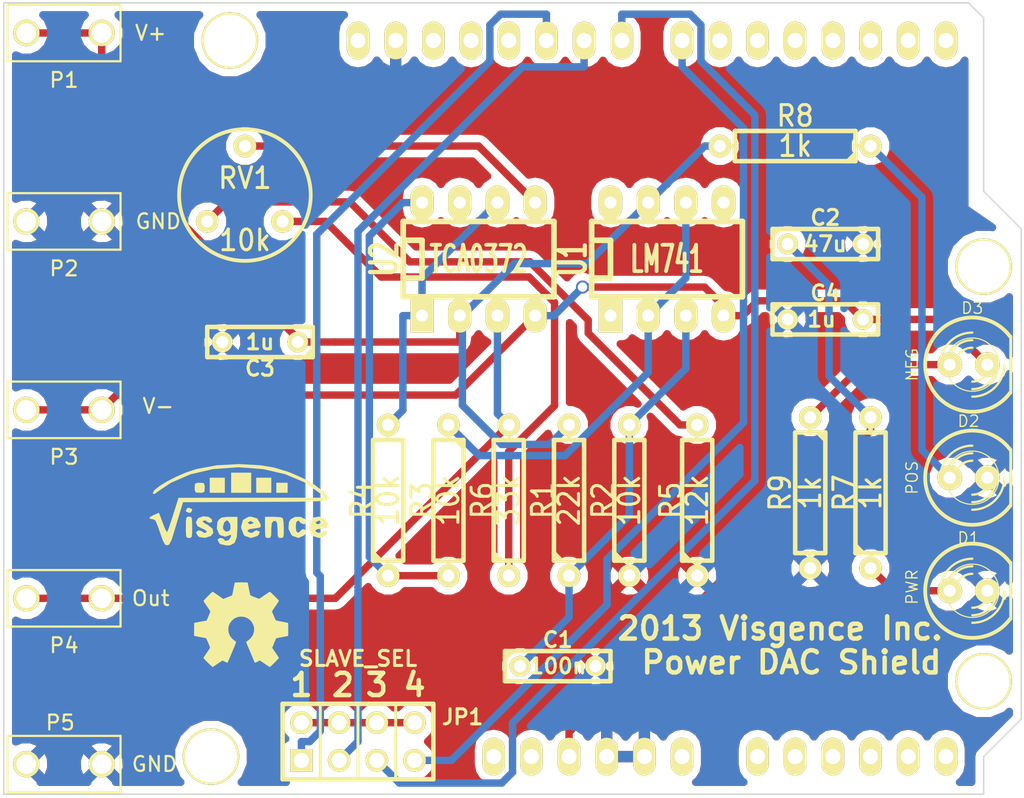
<source format=kicad_pcb>
(kicad_pcb (version 3) (host pcbnew "(2013-07-07 BZR 4022)-stable")

  (general
    (links 53)
    (no_connects 0)
    (area 29.976 28.511499 99.504501 83.439)
    (thickness 1.6)
    (drawings 19)
    (tracks 129)
    (zones 0)
    (modules 32)
    (nets 24)
  )

  (page A3)
  (layers
    (15 F.Cu signal)
    (0 B.Cu signal)
    (16 B.Adhes user)
    (17 F.Adhes user)
    (18 B.Paste user)
    (19 F.Paste user)
    (20 B.SilkS user)
    (21 F.SilkS user)
    (22 B.Mask user)
    (23 F.Mask user)
    (24 Dwgs.User user)
    (25 Cmts.User user hide)
    (26 Eco1.User user)
    (27 Eco2.User user)
    (28 Edge.Cuts user)
  )

  (setup
    (last_trace_width 0.5)
    (trace_clearance 0.254)
    (zone_clearance 0.508)
    (zone_45_only no)
    (trace_min 0.254)
    (segment_width 0.2)
    (edge_width 0.1)
    (via_size 0.889)
    (via_drill 0.635)
    (via_min_size 0.889)
    (via_min_drill 0.508)
    (uvia_size 0.508)
    (uvia_drill 0.127)
    (uvias_allowed no)
    (uvia_min_size 0.508)
    (uvia_min_drill 0.127)
    (pcb_text_width 0.3)
    (pcb_text_size 1.5 1.5)
    (mod_edge_width 0.15)
    (mod_text_size 1 1)
    (mod_text_width 0.15)
    (pad_size 3.81 3.81)
    (pad_drill 3.5)
    (pad_to_mask_clearance 0)
    (aux_axis_origin 0 0)
    (visible_elements 7FFFFFFF)
    (pcbplotparams
      (layerselection 284196865)
      (usegerberextensions true)
      (excludeedgelayer false)
      (linewidth 0.150000)
      (plotframeref false)
      (viasonmask false)
      (mode 1)
      (useauxorigin false)
      (hpglpennumber 1)
      (hpglpenspeed 20)
      (hpglpendiameter 15)
      (hpglpenoverlay 2)
      (psnegative false)
      (psa4output false)
      (plotreference true)
      (plotvalue true)
      (plotothertext true)
      (plotinvisibletext false)
      (padsonsilk false)
      (subtractmaskfromsilk true)
      (outputformat 1)
      (mirror false)
      (drillshape 0)
      (scaleselection 1)
      (outputdirectory gerber/))
  )

  (net 0 "")
  (net 1 +5V)
  (net 2 CLK)
  (net 3 DAC_OUT)
  (net 4 GND)
  (net 5 MOSI)
  (net 6 N-000005)
  (net 7 N-000007)
  (net 8 N-000008)
  (net 9 N-000029)
  (net 10 N-000030)
  (net 11 N-000031)
  (net 12 N-000032)
  (net 13 N-000033)
  (net 14 N-000034)
  (net 15 N-000035)
  (net 16 N-000038)
  (net 17 N-000039)
  (net 18 N-000040)
  (net 19 N-000042)
  (net 20 N-000043)
  (net 21 VDD)
  (net 22 VREF)
  (net 23 VSS)

  (net_class Default "This is the default net class."
    (clearance 0.254)
    (trace_width 0.5)
    (via_dia 0.889)
    (via_drill 0.635)
    (uvia_dia 0.508)
    (uvia_drill 0.127)
    (add_net "")
    (add_net +5V)
    (add_net CLK)
    (add_net DAC_OUT)
    (add_net GND)
    (add_net MOSI)
    (add_net N-000005)
    (add_net N-000007)
    (add_net N-000008)
    (add_net N-000029)
    (add_net N-000030)
    (add_net N-000031)
    (add_net N-000032)
    (add_net N-000033)
    (add_net N-000034)
    (add_net N-000035)
    (add_net N-000038)
    (add_net N-000039)
    (add_net N-000040)
    (add_net N-000042)
    (add_net N-000043)
    (add_net VDD)
    (add_net VREF)
    (add_net VSS)
  )

  (module hole (layer F.Cu) (tedit 51E832C5) (tstamp 51E83697)
    (at 96.52 46.736)
    (descr "module 1 pin (ou trou mecanique de percage)")
    (tags DEV)
    (path 1pin)
    (fp_text reference h2 (at 0 -3.048) (layer F.SilkS) hide
      (effects (font (size 1.016 1.016) (thickness 0.254)))
    )
    (fp_text value pin (at 0 2.794) (layer F.SilkS) hide
      (effects (font (size 1.016 1.016) (thickness 0.254)))
    )
    (pad 1 thru_hole circle (at 0 0) (size 3.81 3.81) (drill 3.5)
      (layers *.Cu *.Mask F.SilkS)
    )
  )

  (module ARDUINO_SHIELD_2_040pins (layer F.Cu) (tedit 51EEC7E9) (tstamp 51E35C74)
    (at 30.48 82.296)
    (path /51E2FC01)
    (fp_text reference SHIELD1 (at 6.35 -50.8) (layer F.SilkS) hide
      (effects (font (size 1.524 1.524) (thickness 0.3048)))
    )
    (fp_text value ARDUINO_SHIELD (at 52.07 -5.715) (layer F.SilkS) hide
      (effects (font (size 1.524 1.524) (thickness 0.3048)))
    )
    (fp_line (start 0 -44.45) (end 10.16 -44.45) (layer Cmts.User) (width 0.381))
    (fp_line (start 10.16 -44.45) (end 10.16 -31.75) (layer Cmts.User) (width 0.381))
    (fp_line (start 10.16 -31.75) (end 0 -31.75) (layer Cmts.User) (width 0.381))
    (fp_line (start 12.7 -4.318) (end 0 -4.318) (layer Cmts.User) (width 0.381))
    (fp_line (start 0 -12.7) (end 12.7 -12.7) (layer Cmts.User) (width 0.381))
    (fp_line (start 12.7 -12.7) (end 12.7 -4.572) (layer Cmts.User) (width 0.381))
    (fp_circle (center 13.97 -2.54) (end 16.002 -1.524) (layer Dwgs.User) (width 0.381))
    (fp_circle (center 15.24 -50.8) (end 16.764 -49.276) (layer Dwgs.User) (width 0.381))
    (fp_circle (center 66.04 -7.62) (end 67.31 -6.096) (layer Dwgs.User) (width 0.381))
    (fp_circle (center 66.04 -35.56) (end 67.31 -34.036) (layer Dwgs.User) (width 0.381))
    (fp_line (start 66.04 -40.64) (end 66.04 -52.07) (layer Cmts.User) (width 0.381))
    (fp_line (start 66.04 -52.07) (end 64.77 -53.34) (layer Cmts.User) (width 0.381))
    (fp_line (start 64.77 -53.34) (end 0 -53.34) (layer Cmts.User) (width 0.381))
    (fp_line (start 66.04 0) (end 0 0) (layer Cmts.User) (width 0.381))
    (fp_line (start 0 0) (end 0 -53.34) (layer Cmts.User) (width 0.381))
    (fp_line (start 66.04 -40.64) (end 68.58 -38.1) (layer Cmts.User) (width 0.381))
    (fp_line (start 68.58 -38.1) (end 68.58 -5.08) (layer Cmts.User) (width 0.381))
    (fp_line (start 68.58 -5.08) (end 66.04 -2.54) (layer Cmts.User) (width 0.381))
    (fp_line (start 66.04 -2.54) (end 66.04 0) (layer Cmts.User) (width 0.381))
    (pad AD5 thru_hole oval (at 63.5 -2.54 90) (size 2.54 1.524) (drill 1.016)
      (layers *.Cu *.Mask F.SilkS)
    )
    (pad AD4 thru_hole oval (at 60.96 -2.54 90) (size 2.54 1.524) (drill 1.016)
      (layers *.Cu *.Mask F.SilkS)
    )
    (pad AD3 thru_hole oval (at 58.42 -2.54 90) (size 2.54 1.524) (drill 1.016)
      (layers *.Cu *.Mask F.SilkS)
    )
    (pad AD0 thru_hole oval (at 50.8 -2.54 90) (size 2.54 1.524) (drill 1.016)
      (layers *.Cu *.Mask F.SilkS)
    )
    (pad AD1 thru_hole oval (at 53.34 -2.54 90) (size 2.54 1.524) (drill 1.016)
      (layers *.Cu *.Mask F.SilkS)
    )
    (pad AD2 thru_hole oval (at 55.88 -2.54 90) (size 2.54 1.524) (drill 1.016)
      (layers *.Cu *.Mask F.SilkS)
    )
    (pad V_IN thru_hole oval (at 45.72 -2.54 90) (size 2.54 1.524) (drill 1.016)
      (layers *.Cu *.Mask F.SilkS)
    )
    (pad GND2 thru_hole oval (at 43.18 -2.54 90) (size 2.54 1.524) (drill 1.016)
      (layers *.Cu *.Mask F.SilkS)
      (net 4 GND)
    )
    (pad GND1 thru_hole oval (at 40.64 -2.54 90) (size 2.54 1.524) (drill 1.016)
      (layers *.Cu *.Mask F.SilkS)
      (net 4 GND)
    )
    (pad 3V3 thru_hole oval (at 35.56 -2.54 90) (size 2.54 1.524) (drill 1.016)
      (layers *.Cu *.Mask F.SilkS)
    )
    (pad RST thru_hole oval (at 33.02 -2.54 90) (size 2.54 1.524) (drill 1.016)
      (layers *.Cu *.Mask F.SilkS)
    )
    (pad 0 thru_hole oval (at 63.5 -50.8 90) (size 2.54 1.524) (drill 1.016)
      (layers *.Cu *.Mask F.SilkS)
    )
    (pad 1 thru_hole oval (at 60.96 -50.8 90) (size 2.54 1.524) (drill 1.016)
      (layers *.Cu *.Mask F.SilkS)
    )
    (pad 2 thru_hole oval (at 58.42 -50.8 90) (size 2.54 1.524) (drill 1.016)
      (layers *.Cu *.Mask F.SilkS)
    )
    (pad 3 thru_hole oval (at 55.88 -50.8 90) (size 2.54 1.524) (drill 1.016)
      (layers *.Cu *.Mask F.SilkS)
    )
    (pad 4 thru_hole oval (at 53.34 -50.8 90) (size 2.54 1.524) (drill 1.016)
      (layers *.Cu *.Mask F.SilkS)
    )
    (pad 5 thru_hole oval (at 50.8 -50.8 90) (size 2.54 1.524) (drill 1.016)
      (layers *.Cu *.Mask F.SilkS)
    )
    (pad 6 thru_hole oval (at 48.26 -50.8 90) (size 2.54 1.524) (drill 1.016)
      (layers *.Cu *.Mask F.SilkS)
    )
    (pad 7 thru_hole oval (at 45.72 -50.8 90) (size 2.54 1.524) (drill 1.016)
      (layers *.Cu *.Mask F.SilkS)
      (net 13 N-000033)
    )
    (pad 8 thru_hole oval (at 41.656 -50.8 90) (size 2.54 1.524) (drill 1.016)
      (layers *.Cu *.Mask F.SilkS)
      (net 14 N-000034)
    )
    (pad 9 thru_hole oval (at 39.116 -50.8 90) (size 2.54 1.524) (drill 1.016)
      (layers *.Cu *.Mask F.SilkS)
      (net 15 N-000035)
    )
    (pad 10 thru_hole oval (at 36.576 -50.8 90) (size 2.54 1.524) (drill 1.016)
      (layers *.Cu *.Mask F.SilkS)
      (net 11 N-000031)
    )
    (pad 11 thru_hole oval (at 34.036 -50.8 90) (size 2.54 1.524) (drill 1.016)
      (layers *.Cu *.Mask F.SilkS)
      (net 5 MOSI)
    )
    (pad 12 thru_hole oval (at 31.496 -50.8 90) (size 2.54 1.524) (drill 1.016)
      (layers *.Cu *.Mask F.SilkS)
    )
    (pad 13 thru_hole oval (at 28.956 -50.8 90) (size 2.54 1.524) (drill 1.016)
      (layers *.Cu *.Mask F.SilkS)
      (net 2 CLK)
    )
    (pad GND3 thru_hole oval (at 26.416 -50.8 90) (size 2.54 1.524) (drill 1.016)
      (layers *.Cu *.Mask F.SilkS)
      (net 4 GND)
    )
    (pad AREF thru_hole oval (at 23.876 -50.8 90) (size 2.54 1.524) (drill 1.016)
      (layers *.Cu *.Mask F.SilkS)
    )
    (pad 5V thru_hole oval (at 38.1 -2.54 90) (size 2.54 1.524) (drill 1.016)
      (layers *.Cu *.Mask F.SilkS)
      (net 1 +5V)
    )
  )

  (module R4 (layer F.Cu) (tedit 51EEC76E) (tstamp 51E35BAE)
    (at 56.388 62.484 90)
    (descr "Resitance 4 pas")
    (tags R)
    (path /51E30590)
    (autoplace_cost180 10)
    (fp_text reference R4 (at 0 -1.778 90) (layer F.SilkS)
      (effects (font (size 1.397 1.27) (thickness 0.2032)))
    )
    (fp_text value 10k (at 0 0 90) (layer F.SilkS)
      (effects (font (size 1.397 1.27) (thickness 0.2032)))
    )
    (fp_line (start -5.08 0) (end -4.064 0) (layer F.SilkS) (width 0.3048))
    (fp_line (start -4.064 0) (end -4.064 -1.016) (layer F.SilkS) (width 0.3048))
    (fp_line (start -4.064 -1.016) (end 4.064 -1.016) (layer F.SilkS) (width 0.3048))
    (fp_line (start 4.064 -1.016) (end 4.064 1.016) (layer F.SilkS) (width 0.3048))
    (fp_line (start 4.064 1.016) (end -4.064 1.016) (layer F.SilkS) (width 0.3048))
    (fp_line (start -4.064 1.016) (end -4.064 0) (layer F.SilkS) (width 0.3048))
    (fp_line (start -4.064 -0.508) (end -3.556 -1.016) (layer F.SilkS) (width 0.3048))
    (fp_line (start 5.08 0) (end 4.064 0) (layer F.SilkS) (width 0.3048))
    (pad 1 thru_hole circle (at -5.08 0 90) (size 1.524 1.524) (drill 0.8128)
      (layers *.Cu *.Mask F.SilkS)
      (net 18 N-000040)
    )
    (pad 2 thru_hole circle (at 5.08 0 90) (size 1.524 1.524) (drill 0.8128)
      (layers *.Cu *.Mask F.SilkS)
      (net 20 N-000043)
    )
    (model discret/resistor.wrl
      (at (xyz 0 0 0))
      (scale (xyz 0.4 0.4 0.4))
      (rotate (xyz 0 0 0))
    )
  )

  (module R4 (layer F.Cu) (tedit 51EEC776) (tstamp 51E35BBC)
    (at 64.516 62.484 90)
    (descr "Resitance 4 pas")
    (tags R)
    (path /51E30757)
    (autoplace_cost180 10)
    (fp_text reference R6 (at 0 -1.778 90) (layer F.SilkS)
      (effects (font (size 1.397 1.27) (thickness 0.2032)))
    )
    (fp_text value 33k (at 0 0 90) (layer F.SilkS)
      (effects (font (size 1.397 1.27) (thickness 0.2032)))
    )
    (fp_line (start -5.08 0) (end -4.064 0) (layer F.SilkS) (width 0.3048))
    (fp_line (start -4.064 0) (end -4.064 -1.016) (layer F.SilkS) (width 0.3048))
    (fp_line (start -4.064 -1.016) (end 4.064 -1.016) (layer F.SilkS) (width 0.3048))
    (fp_line (start 4.064 -1.016) (end 4.064 1.016) (layer F.SilkS) (width 0.3048))
    (fp_line (start 4.064 1.016) (end -4.064 1.016) (layer F.SilkS) (width 0.3048))
    (fp_line (start -4.064 1.016) (end -4.064 0) (layer F.SilkS) (width 0.3048))
    (fp_line (start -4.064 -0.508) (end -3.556 -1.016) (layer F.SilkS) (width 0.3048))
    (fp_line (start 5.08 0) (end 4.064 0) (layer F.SilkS) (width 0.3048))
    (pad 1 thru_hole circle (at -5.08 0 90) (size 1.524 1.524) (drill 0.8128)
      (layers *.Cu *.Mask F.SilkS)
      (net 16 N-000038)
    )
    (pad 2 thru_hole circle (at 5.08 0 90) (size 1.524 1.524) (drill 0.8128)
      (layers *.Cu *.Mask F.SilkS)
      (net 8 N-000008)
    )
    (model discret/resistor.wrl
      (at (xyz 0 0 0))
      (scale (xyz 0.4 0.4 0.4))
      (rotate (xyz 0 0 0))
    )
  )

  (module R4 (layer F.Cu) (tedit 51EEC785) (tstamp 51E35BCA)
    (at 77.216 62.484 90)
    (descr "Resitance 4 pas")
    (tags R)
    (path /51E307BD)
    (autoplace_cost180 10)
    (fp_text reference R5 (at 0 -1.778 90) (layer F.SilkS)
      (effects (font (size 1.397 1.27) (thickness 0.2032)))
    )
    (fp_text value 12k (at 0 0 90) (layer F.SilkS)
      (effects (font (size 1.397 1.27) (thickness 0.2032)))
    )
    (fp_line (start -5.08 0) (end -4.064 0) (layer F.SilkS) (width 0.3048))
    (fp_line (start -4.064 0) (end -4.064 -1.016) (layer F.SilkS) (width 0.3048))
    (fp_line (start -4.064 -1.016) (end 4.064 -1.016) (layer F.SilkS) (width 0.3048))
    (fp_line (start 4.064 -1.016) (end 4.064 1.016) (layer F.SilkS) (width 0.3048))
    (fp_line (start 4.064 1.016) (end -4.064 1.016) (layer F.SilkS) (width 0.3048))
    (fp_line (start -4.064 1.016) (end -4.064 0) (layer F.SilkS) (width 0.3048))
    (fp_line (start -4.064 -0.508) (end -3.556 -1.016) (layer F.SilkS) (width 0.3048))
    (fp_line (start 5.08 0) (end 4.064 0) (layer F.SilkS) (width 0.3048))
    (pad 1 thru_hole circle (at -5.08 0 90) (size 1.524 1.524) (drill 0.8128)
      (layers *.Cu *.Mask F.SilkS)
      (net 4 GND)
    )
    (pad 2 thru_hole circle (at 5.08 0 90) (size 1.524 1.524) (drill 0.8128)
      (layers *.Cu *.Mask F.SilkS)
      (net 19 N-000042)
    )
    (model discret/resistor.wrl
      (at (xyz 0 0 0))
      (scale (xyz 0.4 0.4 0.4))
      (rotate (xyz 0 0 0))
    )
  )

  (module R4 (layer F.Cu) (tedit 51EEC772) (tstamp 51E35BD8)
    (at 60.452 62.484 270)
    (descr "Resitance 4 pas")
    (tags R)
    (path /51E3081F)
    (autoplace_cost180 10)
    (fp_text reference R3 (at 0 1.778 270) (layer F.SilkS)
      (effects (font (size 1.397 1.27) (thickness 0.2032)))
    )
    (fp_text value 10k (at 0 0 270) (layer F.SilkS)
      (effects (font (size 1.397 1.27) (thickness 0.2032)))
    )
    (fp_line (start -5.08 0) (end -4.064 0) (layer F.SilkS) (width 0.3048))
    (fp_line (start -4.064 0) (end -4.064 -1.016) (layer F.SilkS) (width 0.3048))
    (fp_line (start -4.064 -1.016) (end 4.064 -1.016) (layer F.SilkS) (width 0.3048))
    (fp_line (start 4.064 -1.016) (end 4.064 1.016) (layer F.SilkS) (width 0.3048))
    (fp_line (start 4.064 1.016) (end -4.064 1.016) (layer F.SilkS) (width 0.3048))
    (fp_line (start -4.064 1.016) (end -4.064 0) (layer F.SilkS) (width 0.3048))
    (fp_line (start -4.064 -0.508) (end -3.556 -1.016) (layer F.SilkS) (width 0.3048))
    (fp_line (start 5.08 0) (end 4.064 0) (layer F.SilkS) (width 0.3048))
    (pad 1 thru_hole circle (at -5.08 0 270) (size 1.524 1.524) (drill 0.8128)
      (layers *.Cu *.Mask F.SilkS)
      (net 22 VREF)
    )
    (pad 2 thru_hole circle (at 5.08 0 270) (size 1.524 1.524) (drill 0.8128)
      (layers *.Cu *.Mask F.SilkS)
      (net 18 N-000040)
    )
    (model discret/resistor.wrl
      (at (xyz 0 0 0))
      (scale (xyz 0.4 0.4 0.4))
      (rotate (xyz 0 0 0))
    )
  )

  (module R4 (layer F.Cu) (tedit 51EEC77A) (tstamp 51E35BE6)
    (at 68.58 62.484 90)
    (descr "Resitance 4 pas")
    (tags R)
    (path /51E30B0D)
    (autoplace_cost180 10)
    (fp_text reference R1 (at 0 -1.778 90) (layer F.SilkS)
      (effects (font (size 1.397 1.27) (thickness 0.2032)))
    )
    (fp_text value 22k (at 0 0 90) (layer F.SilkS)
      (effects (font (size 1.397 1.27) (thickness 0.2032)))
    )
    (fp_line (start -5.08 0) (end -4.064 0) (layer F.SilkS) (width 0.3048))
    (fp_line (start -4.064 0) (end -4.064 -1.016) (layer F.SilkS) (width 0.3048))
    (fp_line (start -4.064 -1.016) (end 4.064 -1.016) (layer F.SilkS) (width 0.3048))
    (fp_line (start 4.064 -1.016) (end 4.064 1.016) (layer F.SilkS) (width 0.3048))
    (fp_line (start 4.064 1.016) (end -4.064 1.016) (layer F.SilkS) (width 0.3048))
    (fp_line (start -4.064 1.016) (end -4.064 0) (layer F.SilkS) (width 0.3048))
    (fp_line (start -4.064 -0.508) (end -3.556 -1.016) (layer F.SilkS) (width 0.3048))
    (fp_line (start 5.08 0) (end 4.064 0) (layer F.SilkS) (width 0.3048))
    (pad 1 thru_hole circle (at -5.08 0 90) (size 1.524 1.524) (drill 0.8128)
      (layers *.Cu *.Mask F.SilkS)
      (net 6 N-000005)
    )
    (pad 2 thru_hole circle (at 5.08 0 90) (size 1.524 1.524) (drill 0.8128)
      (layers *.Cu *.Mask F.SilkS)
      (net 21 VDD)
    )
    (model discret/resistor.wrl
      (at (xyz 0 0 0))
      (scale (xyz 0.4 0.4 0.4))
      (rotate (xyz 0 0 0))
    )
  )

  (module R4 (layer F.Cu) (tedit 51EEC780) (tstamp 51E35BF4)
    (at 72.644 62.484 90)
    (descr "Resitance 4 pas")
    (tags R)
    (path /51E30B19)
    (autoplace_cost180 10)
    (fp_text reference R2 (at 0 -1.778 90) (layer F.SilkS)
      (effects (font (size 1.397 1.27) (thickness 0.2032)))
    )
    (fp_text value 10k (at 0 0 90) (layer F.SilkS)
      (effects (font (size 1.397 1.27) (thickness 0.2032)))
    )
    (fp_line (start -5.08 0) (end -4.064 0) (layer F.SilkS) (width 0.3048))
    (fp_line (start -4.064 0) (end -4.064 -1.016) (layer F.SilkS) (width 0.3048))
    (fp_line (start -4.064 -1.016) (end 4.064 -1.016) (layer F.SilkS) (width 0.3048))
    (fp_line (start 4.064 -1.016) (end 4.064 1.016) (layer F.SilkS) (width 0.3048))
    (fp_line (start 4.064 1.016) (end -4.064 1.016) (layer F.SilkS) (width 0.3048))
    (fp_line (start -4.064 1.016) (end -4.064 0) (layer F.SilkS) (width 0.3048))
    (fp_line (start -4.064 -0.508) (end -3.556 -1.016) (layer F.SilkS) (width 0.3048))
    (fp_line (start 5.08 0) (end 4.064 0) (layer F.SilkS) (width 0.3048))
    (pad 1 thru_hole circle (at -5.08 0 90) (size 1.524 1.524) (drill 0.8128)
      (layers *.Cu *.Mask F.SilkS)
      (net 4 GND)
    )
    (pad 2 thru_hole circle (at 5.08 0 90) (size 1.524 1.524) (drill 0.8128)
      (layers *.Cu *.Mask F.SilkS)
      (net 6 N-000005)
    )
    (model discret/resistor.wrl
      (at (xyz 0 0 0))
      (scale (xyz 0.4 0.4 0.4))
      (rotate (xyz 0 0 0))
    )
  )

  (module DIP-8__300_ELL (layer F.Cu) (tedit 200000) (tstamp 51E35C17)
    (at 62.484 46.228)
    (descr "8 pins DIL package, elliptical pads")
    (tags DIL)
    (path /51E30546)
    (fp_text reference U2 (at -6.35 0 90) (layer F.SilkS)
      (effects (font (size 1.778 1.143) (thickness 0.3048)))
    )
    (fp_text value TCA0372 (at 0 0) (layer F.SilkS)
      (effects (font (size 1.778 1.016) (thickness 0.3048)))
    )
    (fp_line (start -5.08 -1.27) (end -3.81 -1.27) (layer F.SilkS) (width 0.381))
    (fp_line (start -3.81 -1.27) (end -3.81 1.27) (layer F.SilkS) (width 0.381))
    (fp_line (start -3.81 1.27) (end -5.08 1.27) (layer F.SilkS) (width 0.381))
    (fp_line (start -5.08 -2.54) (end 5.08 -2.54) (layer F.SilkS) (width 0.381))
    (fp_line (start 5.08 -2.54) (end 5.08 2.54) (layer F.SilkS) (width 0.381))
    (fp_line (start 5.08 2.54) (end -5.08 2.54) (layer F.SilkS) (width 0.381))
    (fp_line (start -5.08 2.54) (end -5.08 -2.54) (layer F.SilkS) (width 0.381))
    (pad 1 thru_hole rect (at -3.81 3.81) (size 1.5748 2.286) (drill 0.8128)
      (layers *.Cu *.Mask F.SilkS)
      (net 20 N-000043)
    )
    (pad 2 thru_hole oval (at -1.27 3.81) (size 1.5748 2.286) (drill 0.8128)
      (layers *.Cu *.Mask F.SilkS)
      (net 21 VDD)
    )
    (pad 3 thru_hole oval (at 1.27 3.81) (size 1.5748 2.286) (drill 0.8128)
      (layers *.Cu *.Mask F.SilkS)
      (net 8 N-000008)
    )
    (pad 4 thru_hole oval (at 3.81 3.81) (size 1.5748 2.286) (drill 0.8128)
      (layers *.Cu *.Mask F.SilkS)
      (net 23 VSS)
    )
    (pad 5 thru_hole oval (at 3.81 -3.81) (size 1.5748 2.286) (drill 0.8128)
      (layers *.Cu *.Mask F.SilkS)
      (net 17 N-000039)
    )
    (pad 6 thru_hole oval (at 1.27 -3.81) (size 1.5748 2.286) (drill 0.8128)
      (layers *.Cu *.Mask F.SilkS)
      (net 20 N-000043)
    )
    (pad 7 thru_hole oval (at -1.27 -3.81) (size 1.5748 2.286) (drill 0.8128)
      (layers *.Cu *.Mask F.SilkS)
      (net 3 DAC_OUT)
    )
    (pad 8 thru_hole oval (at -3.81 -3.81) (size 1.5748 2.286) (drill 0.8128)
      (layers *.Cu *.Mask F.SilkS)
      (net 18 N-000040)
    )
    (model dil/dil_8.wrl
      (at (xyz 0 0 0))
      (scale (xyz 1 1 1))
      (rotate (xyz 0 0 0))
    )
  )

  (module DIP-8__300_ELL (layer F.Cu) (tedit 200000) (tstamp 51E35C2A)
    (at 75.184 46.228)
    (descr "8 pins DIL package, elliptical pads")
    (tags DIL)
    (path /51E30A12)
    (fp_text reference U1 (at -6.35 0 90) (layer F.SilkS)
      (effects (font (size 1.778 1.143) (thickness 0.3048)))
    )
    (fp_text value LM741 (at 0 0) (layer F.SilkS)
      (effects (font (size 1.778 1.016) (thickness 0.3048)))
    )
    (fp_line (start -5.08 -1.27) (end -3.81 -1.27) (layer F.SilkS) (width 0.381))
    (fp_line (start -3.81 -1.27) (end -3.81 1.27) (layer F.SilkS) (width 0.381))
    (fp_line (start -3.81 1.27) (end -5.08 1.27) (layer F.SilkS) (width 0.381))
    (fp_line (start -5.08 -2.54) (end 5.08 -2.54) (layer F.SilkS) (width 0.381))
    (fp_line (start 5.08 -2.54) (end 5.08 2.54) (layer F.SilkS) (width 0.381))
    (fp_line (start 5.08 2.54) (end -5.08 2.54) (layer F.SilkS) (width 0.381))
    (fp_line (start -5.08 2.54) (end -5.08 -2.54) (layer F.SilkS) (width 0.381))
    (pad 1 thru_hole rect (at -3.81 3.81) (size 1.5748 2.286) (drill 0.8128)
      (layers *.Cu *.Mask F.SilkS)
    )
    (pad 2 thru_hole oval (at -1.27 3.81) (size 1.5748 2.286) (drill 0.8128)
      (layers *.Cu *.Mask F.SilkS)
      (net 22 VREF)
    )
    (pad 3 thru_hole oval (at 1.27 3.81) (size 1.5748 2.286) (drill 0.8128)
      (layers *.Cu *.Mask F.SilkS)
      (net 6 N-000005)
    )
    (pad 4 thru_hole oval (at 3.81 3.81) (size 1.5748 2.286) (drill 0.8128)
      (layers *.Cu *.Mask F.SilkS)
      (net 23 VSS)
    )
    (pad 5 thru_hole oval (at 3.81 -3.81) (size 1.5748 2.286) (drill 0.8128)
      (layers *.Cu *.Mask F.SilkS)
    )
    (pad 6 thru_hole oval (at 1.27 -3.81) (size 1.5748 2.286) (drill 0.8128)
      (layers *.Cu *.Mask F.SilkS)
      (net 22 VREF)
    )
    (pad 7 thru_hole oval (at -1.27 -3.81) (size 1.5748 2.286) (drill 0.8128)
      (layers *.Cu *.Mask F.SilkS)
      (net 21 VDD)
    )
    (pad 8 thru_hole oval (at -3.81 -3.81) (size 1.5748 2.286) (drill 0.8128)
      (layers *.Cu *.Mask F.SilkS)
    )
    (model dil/dil_8.wrl
      (at (xyz 0 0 0))
      (scale (xyz 1 1 1))
      (rotate (xyz 0 0 0))
    )
  )

  (module R4 (layer F.Cu) (tedit 51EEC78E) (tstamp 51E82951)
    (at 88.9 61.976 90)
    (descr "Resitance 4 pas")
    (tags R)
    (path /51E8268F)
    (autoplace_cost180 10)
    (fp_text reference R7 (at 0 -1.778 90) (layer F.SilkS)
      (effects (font (size 1.397 1.27) (thickness 0.2032)))
    )
    (fp_text value 1k (at 0 0 90) (layer F.SilkS)
      (effects (font (size 1.397 1.27) (thickness 0.2032)))
    )
    (fp_line (start -5.08 0) (end -4.064 0) (layer F.SilkS) (width 0.3048))
    (fp_line (start -4.064 0) (end -4.064 -1.016) (layer F.SilkS) (width 0.3048))
    (fp_line (start -4.064 -1.016) (end 4.064 -1.016) (layer F.SilkS) (width 0.3048))
    (fp_line (start 4.064 -1.016) (end 4.064 1.016) (layer F.SilkS) (width 0.3048))
    (fp_line (start 4.064 1.016) (end -4.064 1.016) (layer F.SilkS) (width 0.3048))
    (fp_line (start -4.064 1.016) (end -4.064 0) (layer F.SilkS) (width 0.3048))
    (fp_line (start -4.064 -0.508) (end -3.556 -1.016) (layer F.SilkS) (width 0.3048))
    (fp_line (start 5.08 0) (end 4.064 0) (layer F.SilkS) (width 0.3048))
    (pad 1 thru_hole circle (at -5.08 0 90) (size 1.524 1.524) (drill 0.8128)
      (layers *.Cu *.Mask F.SilkS)
      (net 7 N-000007)
    )
    (pad 2 thru_hole circle (at 5.08 0 90) (size 1.524 1.524) (drill 0.8128)
      (layers *.Cu *.Mask F.SilkS)
      (net 1 +5V)
    )
    (model discret/resistor.wrl
      (at (xyz 0 0 0))
      (scale (xyz 0.4 0.4 0.4))
      (rotate (xyz 0 0 0))
    )
  )

  (module R4 (layer F.Cu) (tedit 51EEC7CF) (tstamp 51E8295F)
    (at 83.82 38.608 180)
    (descr "Resitance 4 pas")
    (tags R)
    (path /51E827A8)
    (autoplace_cost180 10)
    (fp_text reference R8 (at 0 2.032 180) (layer F.SilkS)
      (effects (font (size 1.397 1.27) (thickness 0.2032)))
    )
    (fp_text value 1k (at 0 0 180) (layer F.SilkS)
      (effects (font (size 1.397 1.27) (thickness 0.2032)))
    )
    (fp_line (start -5.08 0) (end -4.064 0) (layer F.SilkS) (width 0.3048))
    (fp_line (start -4.064 0) (end -4.064 -1.016) (layer F.SilkS) (width 0.3048))
    (fp_line (start -4.064 -1.016) (end 4.064 -1.016) (layer F.SilkS) (width 0.3048))
    (fp_line (start 4.064 -1.016) (end 4.064 1.016) (layer F.SilkS) (width 0.3048))
    (fp_line (start 4.064 1.016) (end -4.064 1.016) (layer F.SilkS) (width 0.3048))
    (fp_line (start -4.064 1.016) (end -4.064 0) (layer F.SilkS) (width 0.3048))
    (fp_line (start -4.064 -0.508) (end -3.556 -1.016) (layer F.SilkS) (width 0.3048))
    (fp_line (start 5.08 0) (end 4.064 0) (layer F.SilkS) (width 0.3048))
    (pad 1 thru_hole circle (at -5.08 0 180) (size 1.524 1.524) (drill 0.8128)
      (layers *.Cu *.Mask F.SilkS)
      (net 10 N-000030)
    )
    (pad 2 thru_hole circle (at 5.08 0 180) (size 1.524 1.524) (drill 0.8128)
      (layers *.Cu *.Mask F.SilkS)
      (net 21 VDD)
    )
    (model discret/resistor.wrl
      (at (xyz 0 0 0))
      (scale (xyz 0.4 0.4 0.4))
      (rotate (xyz 0 0 0))
    )
  )

  (module R4 (layer F.Cu) (tedit 51EEC78A) (tstamp 51E8296D)
    (at 84.836 61.976 270)
    (descr "Resitance 4 pas")
    (tags R)
    (path /51E82914)
    (autoplace_cost180 10)
    (fp_text reference R9 (at 0 2.032 270) (layer F.SilkS)
      (effects (font (size 1.397 1.27) (thickness 0.2032)))
    )
    (fp_text value 1k (at 0 0 270) (layer F.SilkS)
      (effects (font (size 1.397 1.27) (thickness 0.2032)))
    )
    (fp_line (start -5.08 0) (end -4.064 0) (layer F.SilkS) (width 0.3048))
    (fp_line (start -4.064 0) (end -4.064 -1.016) (layer F.SilkS) (width 0.3048))
    (fp_line (start -4.064 -1.016) (end 4.064 -1.016) (layer F.SilkS) (width 0.3048))
    (fp_line (start 4.064 -1.016) (end 4.064 1.016) (layer F.SilkS) (width 0.3048))
    (fp_line (start 4.064 1.016) (end -4.064 1.016) (layer F.SilkS) (width 0.3048))
    (fp_line (start -4.064 1.016) (end -4.064 0) (layer F.SilkS) (width 0.3048))
    (fp_line (start -4.064 -0.508) (end -3.556 -1.016) (layer F.SilkS) (width 0.3048))
    (fp_line (start 5.08 0) (end 4.064 0) (layer F.SilkS) (width 0.3048))
    (pad 1 thru_hole circle (at -5.08 0 270) (size 1.524 1.524) (drill 0.8128)
      (layers *.Cu *.Mask F.SilkS)
      (net 9 N-000029)
    )
    (pad 2 thru_hole circle (at 5.08 0 270) (size 1.524 1.524) (drill 0.8128)
      (layers *.Cu *.Mask F.SilkS)
      (net 4 GND)
    )
    (model discret/resistor.wrl
      (at (xyz 0 0 0))
      (scale (xyz 0.4 0.4 0.4))
      (rotate (xyz 0 0 0))
    )
  )

  (module LED-5MM (layer F.Cu) (tedit 51EEC726) (tstamp 51E8297C)
    (at 95.504 68.58)
    (descr "LED 5mm - Lead pitch 100mil (2,54mm)")
    (tags "LED led 5mm 5MM 100mil 2,54mm")
    (path /51E82672)
    (fp_text reference D1 (at 0 -3.556) (layer F.SilkS)
      (effects (font (size 0.762 0.762) (thickness 0.0889)))
    )
    (fp_text value PWR (at -3.81 -0.254 90) (layer F.SilkS)
      (effects (font (size 0.762 0.762) (thickness 0.0889)))
    )
    (fp_line (start 2.8448 1.905) (end 2.8448 -1.905) (layer F.SilkS) (width 0.2032))
    (fp_circle (center 0.254 0) (end -1.016 1.27) (layer F.SilkS) (width 0.0762))
    (fp_arc (start 0.254 0) (end 2.794 1.905) (angle 286.2) (layer F.SilkS) (width 0.254))
    (fp_arc (start 0.254 0) (end -0.889 0) (angle 90) (layer F.SilkS) (width 0.1524))
    (fp_arc (start 0.254 0) (end 1.397 0) (angle 90) (layer F.SilkS) (width 0.1524))
    (fp_arc (start 0.254 0) (end -1.397 0) (angle 90) (layer F.SilkS) (width 0.1524))
    (fp_arc (start 0.254 0) (end 1.905 0) (angle 90) (layer F.SilkS) (width 0.1524))
    (fp_arc (start 0.254 0) (end -1.905 0) (angle 90) (layer F.SilkS) (width 0.1524))
    (fp_arc (start 0.254 0) (end 2.413 0) (angle 90) (layer F.SilkS) (width 0.1524))
    (pad 1 thru_hole circle (at -1.27 0) (size 1.6764 1.6764) (drill 0.8128)
      (layers *.Cu *.Mask F.SilkS)
      (net 7 N-000007)
    )
    (pad 2 thru_hole circle (at 1.27 0) (size 1.6764 1.6764) (drill 0.8128)
      (layers *.Cu *.Mask F.SilkS)
      (net 4 GND)
    )
    (model discret/leds/led5_vertical_verde.wrl
      (at (xyz 0 0 0))
      (scale (xyz 1 1 1))
      (rotate (xyz 0 0 0))
    )
  )

  (module LED-5MM (layer F.Cu) (tedit 51EEC72A) (tstamp 51E8298B)
    (at 95.504 60.96)
    (descr "LED 5mm - Lead pitch 100mil (2,54mm)")
    (tags "LED led 5mm 5MM 100mil 2,54mm")
    (path /51E827FF)
    (fp_text reference D2 (at 0 -3.81) (layer F.SilkS)
      (effects (font (size 0.762 0.762) (thickness 0.0889)))
    )
    (fp_text value POS (at -3.81 0 90) (layer F.SilkS)
      (effects (font (size 0.762 0.762) (thickness 0.0889)))
    )
    (fp_line (start 2.8448 1.905) (end 2.8448 -1.905) (layer F.SilkS) (width 0.2032))
    (fp_circle (center 0.254 0) (end -1.016 1.27) (layer F.SilkS) (width 0.0762))
    (fp_arc (start 0.254 0) (end 2.794 1.905) (angle 286.2) (layer F.SilkS) (width 0.254))
    (fp_arc (start 0.254 0) (end -0.889 0) (angle 90) (layer F.SilkS) (width 0.1524))
    (fp_arc (start 0.254 0) (end 1.397 0) (angle 90) (layer F.SilkS) (width 0.1524))
    (fp_arc (start 0.254 0) (end -1.397 0) (angle 90) (layer F.SilkS) (width 0.1524))
    (fp_arc (start 0.254 0) (end 1.905 0) (angle 90) (layer F.SilkS) (width 0.1524))
    (fp_arc (start 0.254 0) (end -1.905 0) (angle 90) (layer F.SilkS) (width 0.1524))
    (fp_arc (start 0.254 0) (end 2.413 0) (angle 90) (layer F.SilkS) (width 0.1524))
    (pad 1 thru_hole circle (at -1.27 0) (size 1.6764 1.6764) (drill 0.8128)
      (layers *.Cu *.Mask F.SilkS)
      (net 10 N-000030)
    )
    (pad 2 thru_hole circle (at 1.27 0) (size 1.6764 1.6764) (drill 0.8128)
      (layers *.Cu *.Mask F.SilkS)
      (net 4 GND)
    )
    (model discret/leds/led5_vertical_verde.wrl
      (at (xyz 0 0 0))
      (scale (xyz 1 1 1))
      (rotate (xyz 0 0 0))
    )
  )

  (module LED-5MM (layer F.Cu) (tedit 51EEC711) (tstamp 51E8299A)
    (at 95.504 53.34)
    (descr "LED 5mm - Lead pitch 100mil (2,54mm)")
    (tags "LED led 5mm 5MM 100mil 2,54mm")
    (path /51E8296F)
    (fp_text reference D3 (at 0.254 -3.81) (layer F.SilkS)
      (effects (font (size 0.762 0.762) (thickness 0.0889)))
    )
    (fp_text value NEG (at -3.81 0 90) (layer F.SilkS)
      (effects (font (size 0.762 0.762) (thickness 0.0889)))
    )
    (fp_line (start 2.8448 1.905) (end 2.8448 -1.905) (layer F.SilkS) (width 0.2032))
    (fp_circle (center 0.254 0) (end -1.016 1.27) (layer F.SilkS) (width 0.0762))
    (fp_arc (start 0.254 0) (end 2.794 1.905) (angle 286.2) (layer F.SilkS) (width 0.254))
    (fp_arc (start 0.254 0) (end -0.889 0) (angle 90) (layer F.SilkS) (width 0.1524))
    (fp_arc (start 0.254 0) (end 1.397 0) (angle 90) (layer F.SilkS) (width 0.1524))
    (fp_arc (start 0.254 0) (end -1.397 0) (angle 90) (layer F.SilkS) (width 0.1524))
    (fp_arc (start 0.254 0) (end 1.905 0) (angle 90) (layer F.SilkS) (width 0.1524))
    (fp_arc (start 0.254 0) (end -1.905 0) (angle 90) (layer F.SilkS) (width 0.1524))
    (fp_arc (start 0.254 0) (end 2.413 0) (angle 90) (layer F.SilkS) (width 0.1524))
    (pad 1 thru_hole circle (at -1.27 0) (size 1.6764 1.6764) (drill 0.8128)
      (layers *.Cu *.Mask F.SilkS)
      (net 9 N-000029)
    )
    (pad 2 thru_hole circle (at 1.27 0) (size 1.6764 1.6764) (drill 0.8128)
      (layers *.Cu *.Mask F.SilkS)
      (net 23 VSS)
    )
    (model discret/leds/led5_vertical_verde.wrl
      (at (xyz 0 0 0))
      (scale (xyz 1 1 1))
      (rotate (xyz 0 0 0))
    )
  )

  (module Var_resistor (layer F.Cu) (tedit 51EEC7DA) (tstamp 51E35C7F)
    (at 46.736 41.148)
    (descr "Resistance variable / potentiometre")
    (tags R)
    (path /51E30660)
    (autoplace_cost90 10)
    (autoplace_cost180 10)
    (fp_text reference RV1 (at 0 -0.381) (layer F.SilkS)
      (effects (font (size 1.397 1.27) (thickness 0.2032)))
    )
    (fp_text value 10k (at 0 3.81) (layer F.SilkS)
      (effects (font (size 1.397 1.27) (thickness 0.2032)))
    )
    (fp_circle (center 0 0.762) (end 4.318 1.778) (layer F.SilkS) (width 0.254))
    (pad 1 thru_hole circle (at -2.54 2.54) (size 1.524 1.524) (drill 0.8128)
      (layers *.Cu *.Mask F.SilkS)
      (net 19 N-000042)
    )
    (pad 2 thru_hole circle (at 0 -2.54) (size 1.524 1.524) (drill 0.8128)
      (layers *.Cu *.Mask F.SilkS)
      (net 17 N-000039)
    )
    (pad 3 thru_hole circle (at 2.54 2.54) (size 1.524 1.524) (drill 0.8128)
      (layers *.Cu *.Mask F.SilkS)
      (net 16 N-000038)
    )
    (model discret/adjustable_rx2.wrl
      (at (xyz 0 0 0))
      (scale (xyz 1 1 1))
      (rotate (xyz 0 0 0))
    )
  )

  (module pin_array_4x2 (layer F.Cu) (tedit 51EEC832) (tstamp 51E82ECC)
    (at 54.356 78.74)
    (descr "Double rangee de contacts 2 x 4 pins")
    (tags CONN)
    (path /51E3006B)
    (fp_text reference JP1 (at 7.0485 -1.651) (layer F.SilkS)
      (effects (font (size 1.016 1.016) (thickness 0.2032)))
    )
    (fp_text value SLAVE_SEL (at 0 -5.588) (layer F.SilkS)
      (effects (font (size 1.016 1.016) (thickness 0.2032)))
    )
    (fp_line (start -5.08 -2.54) (end 5.08 -2.54) (layer F.SilkS) (width 0.3048))
    (fp_line (start 5.08 -2.54) (end 5.08 2.54) (layer F.SilkS) (width 0.3048))
    (fp_line (start 5.08 2.54) (end -5.08 2.54) (layer F.SilkS) (width 0.3048))
    (fp_line (start -5.08 2.54) (end -5.08 -2.54) (layer F.SilkS) (width 0.3048))
    (pad 1 thru_hole rect (at -3.81 1.27) (size 1.524 1.524) (drill 1.016)
      (layers *.Cu *.Mask F.SilkS)
      (net 11 N-000031)
    )
    (pad 2 thru_hole circle (at -3.81 -1.27) (size 1.524 1.524) (drill 1.016)
      (layers *.Cu *.Mask F.SilkS)
      (net 12 N-000032)
    )
    (pad 3 thru_hole circle (at -1.27 1.27) (size 1.524 1.524) (drill 1.016)
      (layers *.Cu *.Mask F.SilkS)
      (net 15 N-000035)
    )
    (pad 4 thru_hole circle (at -1.27 -1.27) (size 1.524 1.524) (drill 1.016)
      (layers *.Cu *.Mask F.SilkS)
      (net 12 N-000032)
    )
    (pad 5 thru_hole circle (at 1.27 1.27) (size 1.524 1.524) (drill 1.016)
      (layers *.Cu *.Mask F.SilkS)
      (net 14 N-000034)
    )
    (pad 6 thru_hole circle (at 1.27 -1.27) (size 1.524 1.524) (drill 1.016)
      (layers *.Cu *.Mask F.SilkS)
      (net 12 N-000032)
    )
    (pad 7 thru_hole circle (at 3.81 1.27) (size 1.524 1.524) (drill 1.016)
      (layers *.Cu *.Mask F.SilkS)
      (net 13 N-000033)
    )
    (pad 8 thru_hole circle (at 3.81 -1.27) (size 1.524 1.524) (drill 1.016)
      (layers *.Cu *.Mask F.SilkS)
      (net 12 N-000032)
    )
    (model pin_array/pins_array_4x2.wrl
      (at (xyz 0 0 0))
      (scale (xyz 1 1 1))
      (rotate (xyz 0 0 0))
    )
  )

  (module Johnson_Banana (layer F.Cu) (tedit 51E83345) (tstamp 51E82ED8)
    (at 34.544 56.388)
    (path /51E82EFB)
    (fp_text reference P3 (at 0 3.175) (layer F.SilkS)
      (effects (font (size 1 1) (thickness 0.15)))
    )
    (fp_text value V- (at 6.35 -0.254) (layer F.SilkS)
      (effects (font (size 1 1) (thickness 0.15)))
    )
    (fp_line (start 3.81 0) (end 3.81 -1.905) (layer F.SilkS) (width 0.15))
    (fp_line (start 3.81 -1.905) (end -3.81 -1.905) (layer F.SilkS) (width 0.15))
    (fp_line (start -3.81 -1.905) (end -3.81 0) (layer F.SilkS) (width 0.15))
    (fp_line (start -3.81 0) (end -3.81 1.905) (layer F.SilkS) (width 0.15))
    (fp_line (start -3.81 1.905) (end 3.81 1.905) (layer F.SilkS) (width 0.15))
    (fp_line (start 3.81 1.905) (end 3.81 0) (layer F.SilkS) (width 0.15))
    (pad 1 thru_hole circle (at 2.54 0) (size 1.778 1.778) (drill 1.3208)
      (layers *.Cu *.Mask F.SilkS)
      (net 23 VSS)
    )
    (pad 1 thru_hole circle (at -2.54 0) (size 1.778 1.778) (drill 1.3208)
      (layers *.Cu *.Mask F.SilkS)
      (net 23 VSS)
    )
  )

  (module Johnson_Banana (layer F.Cu) (tedit 51E83352) (tstamp 51E82EE4)
    (at 34.544 69.088)
    (path /51E82F0B)
    (fp_text reference P4 (at 0 3.175) (layer F.SilkS)
      (effects (font (size 1 1) (thickness 0.15)))
    )
    (fp_text value Out (at 5.842 0) (layer F.SilkS)
      (effects (font (size 1 1) (thickness 0.15)))
    )
    (fp_line (start 3.81 0) (end 3.81 -1.905) (layer F.SilkS) (width 0.15))
    (fp_line (start 3.81 -1.905) (end -3.81 -1.905) (layer F.SilkS) (width 0.15))
    (fp_line (start -3.81 -1.905) (end -3.81 0) (layer F.SilkS) (width 0.15))
    (fp_line (start -3.81 0) (end -3.81 1.905) (layer F.SilkS) (width 0.15))
    (fp_line (start -3.81 1.905) (end 3.81 1.905) (layer F.SilkS) (width 0.15))
    (fp_line (start 3.81 1.905) (end 3.81 0) (layer F.SilkS) (width 0.15))
    (pad 1 thru_hole circle (at 2.54 0) (size 1.778 1.778) (drill 1.3208)
      (layers *.Cu *.Mask F.SilkS)
      (net 8 N-000008)
    )
    (pad 1 thru_hole circle (at -2.54 0) (size 1.778 1.778) (drill 1.3208)
      (layers *.Cu *.Mask F.SilkS)
      (net 8 N-000008)
    )
  )

  (module Johnson_Banana (layer F.Cu) (tedit 51E83360) (tstamp 51E82EF0)
    (at 34.544 80.264)
    (path /51E82F11)
    (fp_text reference P5 (at -0.254 -2.794) (layer F.SilkS)
      (effects (font (size 1 1) (thickness 0.15)))
    )
    (fp_text value GND (at 6.096 0) (layer F.SilkS)
      (effects (font (size 1 1) (thickness 0.15)))
    )
    (fp_line (start 3.81 0) (end 3.81 -1.905) (layer F.SilkS) (width 0.15))
    (fp_line (start 3.81 -1.905) (end -3.81 -1.905) (layer F.SilkS) (width 0.15))
    (fp_line (start -3.81 -1.905) (end -3.81 0) (layer F.SilkS) (width 0.15))
    (fp_line (start -3.81 0) (end -3.81 1.905) (layer F.SilkS) (width 0.15))
    (fp_line (start -3.81 1.905) (end 3.81 1.905) (layer F.SilkS) (width 0.15))
    (fp_line (start 3.81 1.905) (end 3.81 0) (layer F.SilkS) (width 0.15))
    (pad 1 thru_hole circle (at 2.54 0) (size 1.778 1.778) (drill 1.3208)
      (layers *.Cu *.Mask F.SilkS)
      (net 4 GND)
    )
    (pad 1 thru_hole circle (at -2.54 0) (size 1.778 1.778) (drill 1.3208)
      (layers *.Cu *.Mask F.SilkS)
      (net 4 GND)
    )
  )

  (module Johnson_Banana (layer F.Cu) (tedit 51E83335) (tstamp 51E35C04)
    (at 34.544 30.988)
    (path /51E82EE8)
    (fp_text reference P1 (at 0 3.175) (layer F.SilkS)
      (effects (font (size 1 1) (thickness 0.15)))
    )
    (fp_text value V+ (at 5.842 0) (layer F.SilkS)
      (effects (font (size 1 1) (thickness 0.15)))
    )
    (fp_line (start 3.81 0) (end 3.81 -1.905) (layer F.SilkS) (width 0.15))
    (fp_line (start 3.81 -1.905) (end -3.81 -1.905) (layer F.SilkS) (width 0.15))
    (fp_line (start -3.81 -1.905) (end -3.81 0) (layer F.SilkS) (width 0.15))
    (fp_line (start -3.81 0) (end -3.81 1.905) (layer F.SilkS) (width 0.15))
    (fp_line (start -3.81 1.905) (end 3.81 1.905) (layer F.SilkS) (width 0.15))
    (fp_line (start 3.81 1.905) (end 3.81 0) (layer F.SilkS) (width 0.15))
    (pad 1 thru_hole circle (at 2.54 0) (size 1.778 1.778) (drill 1.3208)
      (layers *.Cu *.Mask F.SilkS)
      (net 21 VDD)
    )
    (pad 1 thru_hole circle (at -2.54 0) (size 1.778 1.778) (drill 1.3208)
      (layers *.Cu *.Mask F.SilkS)
      (net 21 VDD)
    )
  )

  (module Johnson_Banana (layer F.Cu) (tedit 51E83341) (tstamp 51E35C41)
    (at 34.544 43.688)
    (path /51E82EF5)
    (fp_text reference P2 (at 0 3.175) (layer F.SilkS)
      (effects (font (size 1 1) (thickness 0.15)))
    )
    (fp_text value GND (at 6.35 0) (layer F.SilkS)
      (effects (font (size 1 1) (thickness 0.15)))
    )
    (fp_line (start 3.81 0) (end 3.81 -1.905) (layer F.SilkS) (width 0.15))
    (fp_line (start 3.81 -1.905) (end -3.81 -1.905) (layer F.SilkS) (width 0.15))
    (fp_line (start -3.81 -1.905) (end -3.81 0) (layer F.SilkS) (width 0.15))
    (fp_line (start -3.81 0) (end -3.81 1.905) (layer F.SilkS) (width 0.15))
    (fp_line (start -3.81 1.905) (end 3.81 1.905) (layer F.SilkS) (width 0.15))
    (fp_line (start 3.81 1.905) (end 3.81 0) (layer F.SilkS) (width 0.15))
    (pad 1 thru_hole circle (at 2.54 0) (size 1.778 1.778) (drill 1.3208)
      (layers *.Cu *.Mask F.SilkS)
      (net 4 GND)
    )
    (pad 1 thru_hole circle (at -2.54 0) (size 1.778 1.778) (drill 1.3208)
      (layers *.Cu *.Mask F.SilkS)
      (net 4 GND)
    )
  )

  (module hole (layer F.Cu) (tedit 51E832D1) (tstamp 51E83851)
    (at 96.52 74.676)
    (descr "module 1 pin (ou trou mecanique de percage)")
    (tags DEV)
    (path 1pin)
    (fp_text reference h3 (at 0 -3.048) (layer F.SilkS) hide
      (effects (font (size 1.016 1.016) (thickness 0.254)))
    )
    (fp_text value pin (at 0 2.794) (layer F.SilkS) hide
      (effects (font (size 1.016 1.016) (thickness 0.254)))
    )
    (pad 1 thru_hole circle (at 0 0) (size 3.81 3.81) (drill 3.5)
      (layers *.Cu *.Mask F.SilkS)
    )
  )

  (module hole (layer F.Cu) (tedit 51E832DD) (tstamp 51E8385C)
    (at 44.45 79.756)
    (descr "module 1 pin (ou trou mecanique de percage)")
    (tags DEV)
    (path 1pin)
    (fp_text reference h4 (at 0 -3.048) (layer F.SilkS) hide
      (effects (font (size 1.016 1.016) (thickness 0.254)))
    )
    (fp_text value pin (at 0 2.794) (layer F.SilkS) hide
      (effects (font (size 1.016 1.016) (thickness 0.254)))
    )
    (pad 1 thru_hole circle (at 0 0) (size 3.81 3.81) (drill 3.5)
      (layers *.Cu *.Mask F.SilkS)
    )
  )

  (module hole (layer F.Cu) (tedit 51EEC7E0) (tstamp 51E839F2)
    (at 45.72 31.496)
    (descr "module 1 pin (ou trou mecanique de percage)")
    (tags DEV)
    (path 1pin)
    (fp_text reference h1 (at 3.81 0) (layer F.SilkS) hide
      (effects (font (size 1.016 1.016) (thickness 0.254)))
    )
    (fp_text value pin (at 0 2.794) (layer F.SilkS) hide
      (effects (font (size 1.016 1.016) (thickness 0.254)))
    )
    (pad 1 thru_hole circle (at 0 0) (size 3.81 3.81) (drill 3.5)
      (layers *.Cu *.Mask F.SilkS)
    )
  )

  (module LOGO (layer F.Cu) (tedit 51EECC32) (tstamp 51E83E33)
    (at 46.482 62.738)
    (fp_text reference G1 (at 0 3.63982) (layer F.SilkS) hide
      (effects (font (size 1.524 1.524) (thickness 0.3048)))
    )
    (fp_text value LOGO (at 0 -3.63982) (layer F.SilkS) hide
      (effects (font (size 1.524 1.524) (thickness 0.3048)))
    )
    (fp_poly (pts (xy -4.96824 2.77622) (xy -4.8514 2.72288) (xy -4.6863 2.41046) (xy -4.59486 2.11328)
      (xy -3.91668 -0.127) (xy 1.0033 -0.14732) (xy 2.46126 -0.15494) (xy 3.60934 -0.16002)
      (xy 4.4831 -0.17272) (xy 5.1181 -0.1905) (xy 5.54482 -0.22098) (xy 5.79628 -0.26416)
      (xy 5.9055 -0.32766) (xy 5.9055 -0.41402) (xy 5.8293 -0.52578) (xy 5.70738 -0.66802)
      (xy 5.59054 -0.79502) (xy 4.9657 -1.28778) (xy 4.13004 -1.76276) (xy 3.18262 -2.1717)
      (xy 2.21488 -2.46126) (xy 1.31826 -2.61366) (xy -0.1397 -2.69494) (xy -1.63068 -2.61366)
      (xy -2.99212 -2.36728) (xy -3.04038 -2.35458) (xy -3.69316 -2.13614) (xy -4.37134 -1.84658)
      (xy -5.0038 -1.52146) (xy -5.5245 -1.19888) (xy -5.86486 -0.91948) (xy -5.9563 -0.71882)
      (xy -5.94614 -0.6985) (xy -5.83184 -0.6858) (xy -5.55752 -0.88138) (xy -4.74726 -1.43002)
      (xy -3.42392 -2.00406) (xy -1.89992 -2.35966) (xy -0.21082 -2.47904) (xy -0.10668 -2.47904)
      (xy 1.4986 -2.35458) (xy 2.96164 -2.01676) (xy 4.2291 -1.48336) (xy 5.25272 -0.76962)
      (xy 5.62864 -0.42926) (xy -4.22148 -0.42164) (xy -4.58216 0.72136) (xy -4.76504 1.28524)
      (xy -4.90982 1.7018) (xy -4.98856 1.88468) (xy -5.01396 1.87706) (xy -5.12826 1.66878)
      (xy -5.28574 1.27) (xy -5.3467 1.09474) (xy -5.48132 0.73406) (xy -5.54482 0.59182)
      (xy -5.6388 0.62738) (xy -5.92328 0.75184) (xy -6.16204 0.88138) (xy -6.16712 0.98044)
      (xy -5.91312 1.0287) (xy -5.77596 1.10744) (xy -5.6261 1.45542) (xy -5.4991 1.82626)
      (xy -5.31368 2.35204) (xy -5.26034 2.4892) (xy -5.12318 2.73558) (xy -4.96824 2.77622)) (layer F.SilkS) (width 0.00254))
    (fp_poly (pts (xy -0.9652 2.794) (xy -0.7366 2.77368) (xy -0.4445 2.6162) (xy -0.29464 2.24536)
      (xy -0.25146 1.60528) (xy -0.25146 0.8636) (xy -0.79502 0.86106) (xy -0.9652 0.8636)
      (xy -1.30302 0.90424) (xy -1.49352 1.0287) (xy -1.6002 1.22174) (xy -1.63576 1.65354)
      (xy -1.4859 2.02438) (xy -1.41478 2.08788) (xy -1.07696 2.1971) (xy -1.0414 2.1844)
      (xy -1.0414 1.85928) (xy -1.21158 1.68402) (xy -1.22682 1.5367) (xy -1.14808 1.23952)
      (xy -0.9779 1.09982) (xy -0.89916 1.12014) (xy -0.73406 1.34112) (xy -0.71374 1.65862)
      (xy -0.8128 1.81356) (xy -1.0414 1.85928) (xy -1.0414 2.1844) (xy -0.77724 2.09804)
      (xy -0.72644 2.05486) (xy -0.67564 2.1336) (xy -0.68326 2.1971) (xy -0.8382 2.4257)
      (xy -1.05918 2.48412) (xy -1.06172 2.48158) (xy -1.18364 2.35966) (xy -1.19888 2.33426)
      (xy -1.39446 2.28346) (xy -1.43764 2.286) (xy -1.6002 2.39014) (xy -1.46812 2.63906)
      (xy -1.39446 2.70002) (xy -0.9652 2.794)) (layer F.SilkS) (width 0.00254))
    (fp_poly (pts (xy -3.51282 2.28346) (xy -3.43154 2.28092) (xy -3.3401 2.2225) (xy -3.30708 2.01676)
      (xy -3.29946 1.56464) (xy -3.302 1.29032) (xy -3.31978 0.98044) (xy -3.38074 0.8636)
      (xy -3.51282 0.84582) (xy -3.5941 0.84836) (xy -3.68554 0.90678) (xy -3.71856 1.11506)
      (xy -3.72364 1.56464) (xy -3.72364 1.83896) (xy -3.70586 2.14884) (xy -3.6449 2.26568)
      (xy -3.51282 2.28346)) (layer F.SilkS) (width 0.00254))
    (fp_poly (pts (xy -2.42316 2.27584) (xy -2.0447 2.14884) (xy -1.8796 1.95072) (xy -1.92532 1.65862)
      (xy -2.26314 1.397) (xy -2.47142 1.29032) (xy -2.6162 1.15062) (xy -2.45364 1.09982)
      (xy -2.41554 1.10236) (xy -2.28346 1.18364) (xy -2.28092 1.20396) (xy -2.11582 1.26746)
      (xy -1.95326 1.19888) (xy -1.9812 1.01854) (xy -2.20726 0.85598) (xy -2.5654 0.82296)
      (xy -2.90322 0.95504) (xy -3.04546 1.21158) (xy -3.04546 1.2446) (xy -2.93878 1.49352)
      (xy -2.58572 1.6637) (xy -2.41046 1.74498) (xy -2.30378 1.8796) (xy -2.44602 1.94564)
      (xy -2.49174 1.9431) (xy -2.62382 1.86182) (xy -2.63906 1.83134) (xy -2.83464 1.77546)
      (xy -2.89306 1.78054) (xy -3.04292 1.90754) (xy -2.91338 2.15138) (xy -2.80416 2.22504)
      (xy -2.42316 2.27584)) (layer F.SilkS) (width 0.00254))
    (fp_poly (pts (xy 0.65532 2.286) (xy 1.0795 2.15392) (xy 1.18364 2.06502) (xy 1.2573 1.86436)
      (xy 1.05664 1.77546) (xy 0.98044 1.78308) (xy 0.84582 1.86182) (xy 0.81788 1.91008)
      (xy 0.63246 1.94056) (xy 0.45974 1.85674) (xy 0.4318 1.76784) (xy 0.54864 1.69164)
      (xy 0.635 1.67894) (xy 0.635 1.35382) (xy 0.5461 1.3462) (xy 0.4445 1.24714)
      (xy 0.44958 1.23444) (xy 0.635 1.14046) (xy 0.65532 1.143) (xy 0.8255 1.24714)
      (xy 0.8255 1.29032) (xy 0.635 1.35382) (xy 0.635 1.67894) (xy 0.92456 1.63576)
      (xy 1.17856 1.6002) (xy 1.32334 1.52654) (xy 1.31064 1.36144) (xy 1.31064 1.36144)
      (xy 1.08712 0.97028) (xy 0.66294 0.84582) (xy 0.49022 0.85852) (xy 0.12446 1.0668)
      (xy 0 1.5113) (xy 0.00508 1.61544) (xy 0.17526 2.06248) (xy 0.26162 2.14884)
      (xy 0.65532 2.286)) (layer F.SilkS) (width 0.00254))
    (fp_poly (pts (xy 2.667 2.28346) (xy 2.7051 2.28346) (xy 2.82448 2.2479) (xy 2.8702 2.07772)
      (xy 2.87528 1.67132) (xy 2.87528 1.59258) (xy 2.85242 1.17602) (xy 2.80924 0.95504)
      (xy 2.63398 0.88392) (xy 2.17678 0.85598) (xy 1.60782 0.86106) (xy 1.60782 1.57226)
      (xy 1.60782 1.83642) (xy 1.6256 2.14884) (xy 1.68656 2.26568) (xy 1.81864 2.28346)
      (xy 1.96342 2.2606) (xy 2.02184 2.11582) (xy 2.032 1.74244) (xy 2.032 1.62052)
      (xy 2.06502 1.27762) (xy 2.16662 1.15062) (xy 2.32664 1.1303) (xy 2.42824 1.30048)
      (xy 2.45364 1.7399) (xy 2.4638 2.11328) (xy 2.51968 2.2606) (xy 2.667 2.28346)) (layer F.SilkS) (width 0.00254))
    (fp_poly (pts (xy 3.86334 2.28092) (xy 4.23164 2.11582) (xy 4.31546 2.0193) (xy 4.38912 1.78562)
      (xy 4.191 1.69164) (xy 4.11988 1.69672) (xy 3.97764 1.82626) (xy 3.9751 1.84912)
      (xy 3.83032 1.9304) (xy 3.71602 1.83642) (xy 3.683 1.52146) (xy 3.7084 1.22682)
      (xy 3.83032 1.11506) (xy 3.85826 1.11252) (xy 3.97764 1.2192) (xy 3.98526 1.26238)
      (xy 4.191 1.35382) (xy 4.25958 1.34874) (xy 4.40182 1.2319) (xy 4.31546 1.02616)
      (xy 4.02082 0.86868) (xy 3.64744 0.85852) (xy 3.33756 1.02108) (xy 3.22326 1.21666)
      (xy 3.19024 1.6637) (xy 3.38074 2.06756) (xy 3.46964 2.14884) (xy 3.86334 2.28092)) (layer F.SilkS) (width 0.00254))
    (fp_poly (pts (xy 5.22732 2.286) (xy 5.6515 2.15392) (xy 5.75564 2.06502) (xy 5.8293 1.86436)
      (xy 5.62864 1.77546) (xy 5.55244 1.78308) (xy 5.41782 1.86182) (xy 5.38988 1.91008)
      (xy 5.20446 1.94056) (xy 5.03174 1.85674) (xy 5.0038 1.76784) (xy 5.12064 1.69164)
      (xy 5.19938 1.68148) (xy 5.19938 1.35382) (xy 5.07238 1.33096) (xy 5.0292 1.21666)
      (xy 5.2324 1.11506) (xy 5.28828 1.10998) (xy 5.41782 1.2192) (xy 5.4102 1.26492)
      (xy 5.19938 1.35382) (xy 5.19938 1.68148) (xy 5.49656 1.63576) (xy 5.75056 1.6002)
      (xy 5.89534 1.52654) (xy 5.88264 1.36144) (xy 5.66928 0.9779) (xy 5.25526 0.84582)
      (xy 5.1943 0.84836) (xy 4.8641 0.9144) (xy 4.66852 1.15824) (xy 4.57708 1.6002)
      (xy 4.74726 2.06248) (xy 4.83362 2.14884) (xy 5.22732 2.286)) (layer F.SilkS) (width 0.00254))
    (fp_poly (pts (xy -3.51282 0.59182) (xy -3.4036 0.57912) (xy -3.29946 0.42164) (xy -3.3147 0.33528)
      (xy -3.51282 0.25146) (xy -3.6195 0.26416) (xy -3.72364 0.42164) (xy -3.71094 0.508)
      (xy -3.51282 0.59182)) (layer F.SilkS) (width 0.00254))
    (fp_poly (pts (xy -2.79146 -0.762) (xy -2.63906 -0.762) (xy -2.4765 -0.83058) (xy -2.45364 -1.09982)
      (xy -2.45618 -1.25476) (xy -2.52476 -1.41478) (xy -2.79146 -1.43764) (xy -2.9464 -1.4351)
      (xy -3.10896 -1.36906) (xy -3.13182 -1.09982) (xy -3.12928 -0.94488) (xy -3.0607 -0.78486)
      (xy -2.79146 -0.762)) (layer F.SilkS) (width 0.00254))
    (fp_poly (pts (xy -1.09982 -0.762) (xy -1.09982 -1.778) (xy -2.11582 -1.778) (xy -2.11582 -0.762)
      (xy -1.09982 -0.762)) (layer F.SilkS) (width 0.00254))
    (fp_poly (pts (xy 0.67564 -0.762) (xy 0.67564 -2.11582) (xy -0.67564 -2.11582) (xy -0.67564 -0.762)
      (xy 0.67564 -0.762)) (layer F.SilkS) (width 0.00254))
    (fp_poly (pts (xy 2.032 -0.762) (xy 2.032 -1.778) (xy 1.016 -1.778) (xy 1.016 -0.762)
      (xy 2.032 -0.762)) (layer F.SilkS) (width 0.00254))
    (fp_poly (pts (xy 3.13182 -0.762) (xy 3.13182 -1.43764) (xy 2.36982 -1.43764) (xy 2.36982 -0.762)
      (xy 3.13182 -0.762)) (layer F.SilkS) (width 0.00254))
  )

  (module OSHW_LOGO (layer F.Cu) (tedit 51EECC38) (tstamp 51E8418E)
    (at 46.482 70.866)
    (fp_text reference G2 (at 0 3.36804) (layer F.SilkS) hide
      (effects (font (size 0.28956 0.28956) (thickness 0.05588)))
    )
    (fp_text value LOGO (at 0 -3.36804) (layer F.SilkS) hide
      (effects (font (size 0.28956 0.28956) (thickness 0.05588)))
    )
    (fp_poly (pts (xy -1.92532 2.85242) (xy -1.88976 2.83464) (xy -1.8161 2.78638) (xy -1.70942 2.7178)
      (xy -1.58496 2.63398) (xy -1.4605 2.54762) (xy -1.35636 2.47904) (xy -1.2827 2.43332)
      (xy -1.25222 2.41554) (xy -1.23698 2.42316) (xy -1.17602 2.4511) (xy -1.08966 2.49682)
      (xy -1.0414 2.52222) (xy -0.96012 2.55778) (xy -0.92202 2.56286) (xy -0.9144 2.5527)
      (xy -0.88646 2.49174) (xy -0.84074 2.3876) (xy -0.77978 2.25044) (xy -0.7112 2.08788)
      (xy -0.63754 1.91516) (xy -0.56388 1.73736) (xy -0.49276 1.56972) (xy -0.4318 1.41732)
      (xy -0.381 1.29286) (xy -0.34798 1.2065) (xy -0.33782 1.17094) (xy -0.34036 1.16332)
      (xy -0.381 1.12268) (xy -0.44958 1.07188) (xy -0.59944 0.94996) (xy -0.7493 0.76454)
      (xy -0.8382 0.55372) (xy -0.86868 0.32004) (xy -0.84328 0.10414) (xy -0.75692 -0.10414)
      (xy -0.61214 -0.28956) (xy -0.43688 -0.42926) (xy -0.23114 -0.51816) (xy 0 -0.5461)
      (xy 0.22098 -0.5207) (xy 0.43434 -0.43688) (xy 0.61976 -0.29464) (xy 0.6985 -0.2032)
      (xy 0.80772 -0.0127) (xy 0.87122 0.18796) (xy 0.8763 0.2413) (xy 0.86868 0.46228)
      (xy 0.80264 0.67564) (xy 0.68326 0.86868) (xy 0.5207 1.02362) (xy 0.50038 1.03886)
      (xy 0.42418 1.09474) (xy 0.37338 1.13538) (xy 0.33528 1.1684) (xy 0.61722 1.85166)
      (xy 0.66294 1.96088) (xy 0.74168 2.1463) (xy 0.81026 2.30632) (xy 0.8636 2.43586)
      (xy 0.9017 2.52222) (xy 0.91948 2.55524) (xy 0.92202 2.55778) (xy 0.94488 2.56286)
      (xy 0.99822 2.54254) (xy 1.0922 2.49682) (xy 1.1557 2.4638) (xy 1.22936 2.42824)
      (xy 1.26238 2.41554) (xy 1.29032 2.43078) (xy 1.3589 2.4765) (xy 1.4605 2.54508)
      (xy 1.58242 2.62636) (xy 1.69926 2.70764) (xy 1.80594 2.77622) (xy 1.88468 2.82702)
      (xy 1.92278 2.84734) (xy 1.92786 2.84734) (xy 1.96342 2.82956) (xy 2.02438 2.77622)
      (xy 2.11582 2.68986) (xy 2.2479 2.56032) (xy 2.26822 2.54) (xy 2.37744 2.42824)
      (xy 2.4638 2.3368) (xy 2.52476 2.27076) (xy 2.54508 2.24028) (xy 2.54508 2.24028)
      (xy 2.52476 2.20472) (xy 2.4765 2.12598) (xy 2.40538 2.01676) (xy 2.31902 1.88976)
      (xy 2.09296 1.5621) (xy 2.21742 1.25222) (xy 2.25552 1.1557) (xy 2.30378 1.0414)
      (xy 2.33934 0.96012) (xy 2.35712 0.92202) (xy 2.39268 0.91186) (xy 2.4765 0.89154)
      (xy 2.59842 0.86614) (xy 2.74574 0.8382) (xy 2.88544 0.8128) (xy 3.01244 0.7874)
      (xy 3.10388 0.76962) (xy 3.14452 0.762) (xy 3.15468 0.75692) (xy 3.1623 0.7366)
      (xy 3.16992 0.69342) (xy 3.17246 0.61722) (xy 3.17246 0.4953) (xy 3.17246 0.32004)
      (xy 3.17246 0.30226) (xy 3.17246 0.13462) (xy 3.16992 0.00254) (xy 3.16484 -0.08382)
      (xy 3.15976 -0.11938) (xy 3.15722 -0.11938) (xy 3.11912 -0.12954) (xy 3.03022 -0.14732)
      (xy 2.90322 -0.17272) (xy 2.75336 -0.20066) (xy 2.7432 -0.2032) (xy 2.59334 -0.23114)
      (xy 2.46634 -0.25908) (xy 2.37998 -0.2794) (xy 2.34188 -0.28956) (xy 2.33426 -0.29972)
      (xy 2.30378 -0.35814) (xy 2.2606 -0.45212) (xy 2.2098 -0.56642) (xy 2.16154 -0.68326)
      (xy 2.11836 -0.78994) (xy 2.09042 -0.86868) (xy 2.0828 -0.90424) (xy 2.0828 -0.90678)
      (xy 2.10566 -0.94234) (xy 2.15646 -1.01854) (xy 2.23012 -1.12776) (xy 2.31648 -1.25476)
      (xy 2.3241 -1.26492) (xy 2.41046 -1.39192) (xy 2.48158 -1.4986) (xy 2.5273 -1.5748)
      (xy 2.54508 -1.61036) (xy 2.54508 -1.6129) (xy 2.51714 -1.651) (xy 2.4511 -1.72212)
      (xy 2.35966 -1.81864) (xy 2.2479 -1.9304) (xy 2.21234 -1.96596) (xy 2.08788 -2.08534)
      (xy 2.00406 -2.16662) (xy 1.95072 -2.20726) (xy 1.92532 -2.21742) (xy 1.92278 -2.21488)
      (xy 1.88468 -2.19202) (xy 1.80594 -2.14122) (xy 1.69672 -2.06756) (xy 1.56718 -1.97866)
      (xy 1.55702 -1.97358) (xy 1.43256 -1.88722) (xy 1.32588 -1.8161) (xy 1.24968 -1.7653)
      (xy 1.21666 -1.74498) (xy 1.21158 -1.74498) (xy 1.16078 -1.76022) (xy 1.06934 -1.79324)
      (xy 0.96012 -1.83642) (xy 0.84074 -1.88214) (xy 0.73406 -1.92786) (xy 0.65532 -1.96596)
      (xy 0.61722 -1.98628) (xy 0.61722 -1.98882) (xy 0.60198 -2.03454) (xy 0.58166 -2.12852)
      (xy 0.55372 -2.25806) (xy 0.52324 -2.41554) (xy 0.5207 -2.4384) (xy 0.49022 -2.5908)
      (xy 0.46736 -2.71526) (xy 0.44958 -2.80162) (xy 0.43942 -2.83718) (xy 0.4191 -2.84226)
      (xy 0.34544 -2.84734) (xy 0.23114 -2.84988) (xy 0.09652 -2.85242) (xy -0.04826 -2.85242)
      (xy -0.18796 -2.84734) (xy -0.30734 -2.8448) (xy -0.3937 -2.83718) (xy -0.42926 -2.8321)
      (xy -0.42926 -2.82956) (xy -0.4445 -2.7813) (xy -0.46482 -2.68732) (xy -0.49022 -2.55524)
      (xy -0.5207 -2.4003) (xy -0.52578 -2.37236) (xy -0.55372 -2.2225) (xy -0.57912 -2.09804)
      (xy -0.59944 -2.01168) (xy -0.60706 -1.97866) (xy -0.6223 -1.97104) (xy -0.68326 -1.94564)
      (xy -0.78486 -1.90246) (xy -0.90932 -1.85166) (xy -1.20142 -1.73482) (xy -1.55702 -1.97866)
      (xy -1.59004 -2.00152) (xy -1.71704 -2.08788) (xy -1.82372 -2.159) (xy -1.89738 -2.20472)
      (xy -1.92786 -2.2225) (xy -1.9304 -2.2225) (xy -1.96596 -2.18948) (xy -2.03454 -2.12344)
      (xy -2.13106 -2.02946) (xy -2.24536 -1.9177) (xy -2.32664 -1.83642) (xy -2.4257 -1.73482)
      (xy -2.48666 -1.66878) (xy -2.52222 -1.6256) (xy -2.53492 -1.6002) (xy -2.52984 -1.58242)
      (xy -2.50698 -1.54432) (xy -2.45618 -1.46812) (xy -2.38252 -1.3589) (xy -2.29616 -1.2319)
      (xy -2.22504 -1.12776) (xy -2.1463 -1.00838) (xy -2.0955 -0.92202) (xy -2.07772 -0.88138)
      (xy -2.0828 -0.8636) (xy -2.1082 -0.79248) (xy -2.15138 -0.68834) (xy -2.20472 -0.56134)
      (xy -2.32664 -0.2794) (xy -2.51206 -0.24384) (xy -2.62382 -0.22352) (xy -2.7813 -0.19304)
      (xy -2.93116 -0.1651) (xy -3.16484 -0.11938) (xy -3.175 0.74168) (xy -3.1369 0.75692)
      (xy -3.10388 0.76454) (xy -3.01752 0.78486) (xy -2.89306 0.81026) (xy -2.74574 0.83566)
      (xy -2.62128 0.86106) (xy -2.49682 0.88392) (xy -2.40538 0.9017) (xy -2.36728 0.90932)
      (xy -2.35712 0.92202) (xy -2.3241 0.98298) (xy -2.28092 1.0795) (xy -2.23012 1.19634)
      (xy -2.17932 1.31826) (xy -2.13614 1.42748) (xy -2.10566 1.51384) (xy -2.09296 1.55702)
      (xy -2.11074 1.59004) (xy -2.159 1.6637) (xy -2.22758 1.76784) (xy -2.31394 1.8923)
      (xy -2.39776 2.01676) (xy -2.46888 2.12344) (xy -2.51968 2.20218) (xy -2.54 2.2352)
      (xy -2.52984 2.2606) (xy -2.48158 2.31902) (xy -2.3876 2.41808) (xy -2.2479 2.55524)
      (xy -2.22504 2.5781) (xy -2.11328 2.68478) (xy -2.0193 2.77114) (xy -1.95326 2.82956)
      (xy -1.92532 2.85242)) (layer F.SilkS) (width 0.00254))
  )

  (module C2 (layer F.Cu) (tedit 51EECA97) (tstamp 51E829A5)
    (at 67.818 73.66)
    (descr "Condensateur = 2 pas")
    (tags C)
    (path /51E82508)
    (fp_text reference C1 (at 0 -1.778) (layer F.SilkS)
      (effects (font (size 1.016 1.016) (thickness 0.2032)))
    )
    (fp_text value 100n (at 0 0) (layer F.SilkS)
      (effects (font (size 1.016 1.016) (thickness 0.2032)))
    )
    (fp_line (start -3.556 -1.016) (end 3.556 -1.016) (layer F.SilkS) (width 0.3048))
    (fp_line (start 3.556 -1.016) (end 3.556 1.016) (layer F.SilkS) (width 0.3048))
    (fp_line (start 3.556 1.016) (end -3.556 1.016) (layer F.SilkS) (width 0.3048))
    (fp_line (start -3.556 1.016) (end -3.556 -1.016) (layer F.SilkS) (width 0.3048))
    (fp_line (start -3.556 -0.508) (end -3.048 -1.016) (layer F.SilkS) (width 0.3048))
    (pad 1 thru_hole circle (at -2.54 0) (size 1.397 1.397) (drill 0.8128)
      (layers *.Cu *.Mask F.SilkS)
      (net 6 N-000005)
    )
    (pad 2 thru_hole circle (at 2.54 0) (size 1.397 1.397) (drill 0.8128)
      (layers *.Cu *.Mask F.SilkS)
      (net 4 GND)
    )
    (model discret/capa_2pas_5x5mm.wrl
      (at (xyz 0 0 0))
      (scale (xyz 1 1 1))
      (rotate (xyz 0 0 0))
    )
  )

  (module C2 (layer F.Cu) (tedit 51EECAAE) (tstamp 51E829B0)
    (at 85.852 45.212)
    (descr "Condensateur = 2 pas")
    (tags C)
    (path /51E825BA)
    (fp_text reference C2 (at 0 -1.778) (layer F.SilkS)
      (effects (font (size 1.016 1.016) (thickness 0.2032)))
    )
    (fp_text value 47u (at 0 0) (layer F.SilkS)
      (effects (font (size 1.016 1.016) (thickness 0.2032)))
    )
    (fp_line (start -3.556 -1.016) (end 3.556 -1.016) (layer F.SilkS) (width 0.3048))
    (fp_line (start 3.556 -1.016) (end 3.556 1.016) (layer F.SilkS) (width 0.3048))
    (fp_line (start 3.556 1.016) (end -3.556 1.016) (layer F.SilkS) (width 0.3048))
    (fp_line (start -3.556 1.016) (end -3.556 -1.016) (layer F.SilkS) (width 0.3048))
    (fp_line (start -3.556 -0.508) (end -3.048 -1.016) (layer F.SilkS) (width 0.3048))
    (pad 1 thru_hole circle (at -2.54 0) (size 1.397 1.397) (drill 0.8128)
      (layers *.Cu *.Mask F.SilkS)
      (net 1 +5V)
    )
    (pad 2 thru_hole circle (at 2.54 0) (size 1.397 1.397) (drill 0.8128)
      (layers *.Cu *.Mask F.SilkS)
      (net 4 GND)
    )
    (model discret/capa_2pas_5x5mm.wrl
      (at (xyz 0 0 0))
      (scale (xyz 1 1 1))
      (rotate (xyz 0 0 0))
    )
  )

  (module C2 (layer F.Cu) (tedit 51EECABC) (tstamp 51E829BB)
    (at 85.852 50.292)
    (descr "Condensateur = 2 pas")
    (tags C)
    (path /51E82BF5)
    (fp_text reference C4 (at 0 -1.778) (layer F.SilkS)
      (effects (font (size 1.016 1.016) (thickness 0.2032)))
    )
    (fp_text value 1u (at -0.254 0) (layer F.SilkS)
      (effects (font (size 1.016 1.016) (thickness 0.2032)))
    )
    (fp_line (start -3.556 -1.016) (end 3.556 -1.016) (layer F.SilkS) (width 0.3048))
    (fp_line (start 3.556 -1.016) (end 3.556 1.016) (layer F.SilkS) (width 0.3048))
    (fp_line (start 3.556 1.016) (end -3.556 1.016) (layer F.SilkS) (width 0.3048))
    (fp_line (start -3.556 1.016) (end -3.556 -1.016) (layer F.SilkS) (width 0.3048))
    (fp_line (start -3.556 -0.508) (end -3.048 -1.016) (layer F.SilkS) (width 0.3048))
    (pad 1 thru_hole circle (at -2.54 0) (size 1.397 1.397) (drill 0.8128)
      (layers *.Cu *.Mask F.SilkS)
      (net 4 GND)
    )
    (pad 2 thru_hole circle (at 2.54 0) (size 1.397 1.397) (drill 0.8128)
      (layers *.Cu *.Mask F.SilkS)
      (net 23 VSS)
    )
    (model discret/capa_2pas_5x5mm.wrl
      (at (xyz 0 0 0))
      (scale (xyz 1 1 1))
      (rotate (xyz 0 0 0))
    )
  )

  (module C2 (layer F.Cu) (tedit 51EECAE1) (tstamp 51E829C6)
    (at 47.752 51.816 180)
    (descr "Condensateur = 2 pas")
    (tags C)
    (path /51E82CAF)
    (fp_text reference C3 (at 0 -1.778 180) (layer F.SilkS)
      (effects (font (size 1.016 1.016) (thickness 0.2032)))
    )
    (fp_text value 1u (at 0 0 180) (layer F.SilkS)
      (effects (font (size 1.016 1.016) (thickness 0.2032)))
    )
    (fp_line (start -3.556 -1.016) (end 3.556 -1.016) (layer F.SilkS) (width 0.3048))
    (fp_line (start 3.556 -1.016) (end 3.556 1.016) (layer F.SilkS) (width 0.3048))
    (fp_line (start 3.556 1.016) (end -3.556 1.016) (layer F.SilkS) (width 0.3048))
    (fp_line (start -3.556 1.016) (end -3.556 -1.016) (layer F.SilkS) (width 0.3048))
    (fp_line (start -3.556 -0.508) (end -3.048 -1.016) (layer F.SilkS) (width 0.3048))
    (pad 1 thru_hole circle (at -2.54 0 180) (size 1.397 1.397) (drill 0.8128)
      (layers *.Cu *.Mask F.SilkS)
      (net 21 VDD)
    )
    (pad 2 thru_hole circle (at 2.54 0 180) (size 1.397 1.397) (drill 0.8128)
      (layers *.Cu *.Mask F.SilkS)
      (net 4 GND)
    )
    (model discret/capa_2pas_5x5mm.wrl
      (at (xyz 0 0 0))
      (scale (xyz 1 1 1))
      (rotate (xyz 0 0 0))
    )
  )

  (gr_text 4 (at 58.166 74.93) (layer F.SilkS)
    (effects (font (size 1.5 1.5) (thickness 0.3)))
  )
  (gr_text 3 (at 55.626 74.93) (layer F.SilkS)
    (effects (font (size 1.5 1.5) (thickness 0.3)))
  )
  (gr_text 2 (at 53.34 74.93) (layer F.SilkS)
    (effects (font (size 1.5 1.5) (thickness 0.3)))
  )
  (gr_text 1 (at 50.546 74.93) (layer F.SilkS)
    (effects (font (size 1.5 1.5) (thickness 0.3)))
  )
  (gr_line (start 56.896 76.2) (end 56.896 81.28) (angle 90) (layer F.SilkS) (width 0.2))
  (gr_line (start 54.356 76.2) (end 54.356 81.28) (angle 90) (layer F.SilkS) (width 0.2))
  (gr_line (start 51.816 76.2) (end 51.816 81.28) (angle 90) (layer F.SilkS) (width 0.2))
  (gr_text "2013 Visgence Inc." (at 82.804 71.12) (layer F.SilkS)
    (effects (font (size 1.5 1.5) (thickness 0.3)))
  )
  (gr_text "Power DAC Shield" (at 83.566 73.406) (layer F.SilkS)
    (effects (font (size 1.5 1.5) (thickness 0.3)))
  )
  (gr_line (start 30.48 82.296) (end 30.48 28.956) (angle 90) (layer Edge.Cuts) (width 0.1))
  (gr_line (start 96.52 82.296) (end 30.48 82.296) (angle 90) (layer Edge.Cuts) (width 0.1))
  (gr_line (start 96.52 79.756) (end 96.52 82.296) (angle 90) (layer Edge.Cuts) (width 0.1))
  (gr_line (start 99.06 77.216) (end 96.52 79.756) (angle 90) (layer Edge.Cuts) (width 0.1))
  (gr_line (start 99.06 44.196) (end 99.06 77.216) (angle 90) (layer Edge.Cuts) (width 0.1))
  (gr_line (start 96.52 41.656) (end 99.06 44.196) (angle 90) (layer Edge.Cuts) (width 0.1))
  (gr_line (start 96.52 29.972) (end 96.52 41.656) (angle 90) (layer Edge.Cuts) (width 0.1))
  (gr_line (start 95.504 28.956) (end 96.52 29.972) (angle 90) (layer Edge.Cuts) (width 0.1))
  (gr_line (start 94.996 28.956) (end 95.504 28.956) (angle 90) (layer Edge.Cuts) (width 0.1))
  (gr_line (start 30.48 28.956) (end 94.996 28.956) (angle 90) (layer Edge.Cuts) (width 0.1))

  (segment (start 86.1024 54.0984) (end 88.9 56.896) (width 0.5) (layer B.Cu) (net 1))
  (segment (start 86.1024 48.0024) (end 86.1024 54.0984) (width 0.5) (layer B.Cu) (net 1))
  (segment (start 83.312 45.212) (end 86.1024 48.0024) (width 0.5) (layer B.Cu) (net 1))
  (segment (start 68.7112 77.9817) (end 68.58 77.9817) (width 0.5) (layer F.Cu) (net 1))
  (segment (start 88.9 57.7929) (end 68.7112 77.9817) (width 0.5) (layer F.Cu) (net 1))
  (segment (start 88.9 56.896) (end 88.9 57.7929) (width 0.5) (layer F.Cu) (net 1))
  (segment (start 68.58 79.756) (end 68.58 77.9817) (width 0.5) (layer F.Cu) (net 1))
  (segment (start 76.454 53.594) (end 72.644 57.404) (width 0.5) (layer B.Cu) (net 6))
  (segment (start 76.454 50.038) (end 76.454 53.594) (width 0.5) (layer B.Cu) (net 6))
  (segment (start 72.644 63.5) (end 68.58 67.564) (width 0.5) (layer B.Cu) (net 6))
  (segment (start 72.644 57.404) (end 72.644 63.5) (width 0.5) (layer B.Cu) (net 6))
  (segment (start 68.58 70.358) (end 68.58 67.564) (width 0.5) (layer B.Cu) (net 6))
  (segment (start 65.278 73.66) (end 68.58 70.358) (width 0.5) (layer B.Cu) (net 6))
  (segment (start 90.424 68.58) (end 88.9 67.056) (width 0.5) (layer F.Cu) (net 7))
  (segment (start 94.234 68.58) (end 90.424 68.58) (width 0.5) (layer F.Cu) (net 7))
  (segment (start 52.832 69.088) (end 64.516 57.404) (width 0.5) (layer F.Cu) (net 8))
  (segment (start 37.084 69.088) (end 52.832 69.088) (width 0.5) (layer F.Cu) (net 8))
  (segment (start 63.754 56.642) (end 63.754 50.038) (width 0.5) (layer B.Cu) (net 8))
  (segment (start 64.516 57.404) (end 63.754 56.642) (width 0.5) (layer B.Cu) (net 8))
  (segment (start 32.004 69.088) (end 37.084 69.088) (width 0.5) (layer F.Cu) (net 8))
  (segment (start 88.392 53.34) (end 84.836 56.896) (width 0.5) (layer F.Cu) (net 9))
  (segment (start 94.234 53.34) (end 88.392 53.34) (width 0.5) (layer F.Cu) (net 9))
  (segment (start 92.3649 42.0729) (end 88.9 38.608) (width 0.5) (layer B.Cu) (net 10))
  (segment (start 92.3649 59.0909) (end 92.3649 42.0729) (width 0.5) (layer B.Cu) (net 10))
  (segment (start 94.234 60.96) (end 92.3649 59.0909) (width 0.5) (layer B.Cu) (net 10))
  (segment (start 63.9716 29.7217) (end 67.056 29.7217) (width 0.5) (layer B.Cu) (net 11))
  (segment (start 63.246 30.4473) (end 63.9716 29.7217) (width 0.5) (layer B.Cu) (net 11))
  (segment (start 63.246 32.8896) (end 63.246 30.4473) (width 0.5) (layer B.Cu) (net 11))
  (segment (start 51.5772 44.5584) (end 63.246 32.8896) (width 0.5) (layer B.Cu) (net 11))
  (segment (start 51.5772 67.3573) (end 51.5772 44.5584) (width 0.5) (layer B.Cu) (net 11))
  (segment (start 51.816 67.5961) (end 51.5772 67.3573) (width 0.5) (layer B.Cu) (net 11))
  (segment (start 51.816 78.0277) (end 51.816 67.5961) (width 0.5) (layer B.Cu) (net 11))
  (segment (start 51.1 78.7437) (end 51.816 78.0277) (width 0.5) (layer B.Cu) (net 11))
  (segment (start 50.546 78.7437) (end 51.1 78.7437) (width 0.5) (layer B.Cu) (net 11))
  (segment (start 50.546 80.01) (end 50.546 78.7437) (width 0.5) (layer B.Cu) (net 11))
  (segment (start 67.056 31.496) (end 67.056 29.7217) (width 0.5) (layer B.Cu) (net 11))
  (segment (start 58.166 77.47) (end 55.626 77.47) (width 0.5) (layer F.Cu) (net 12))
  (segment (start 55.626 77.47) (end 53.086 77.47) (width 0.5) (layer F.Cu) (net 12))
  (segment (start 53.086 77.47) (end 50.546 77.47) (width 0.5) (layer F.Cu) (net 12))
  (segment (start 80.3396 37.4099) (end 76.2 33.2703) (width 0.5) (layer B.Cu) (net 13))
  (segment (start 80.3396 57.2486) (end 80.3396 37.4099) (width 0.5) (layer B.Cu) (net 13))
  (segment (start 71.1391 66.4491) (end 80.3396 57.2486) (width 0.5) (layer B.Cu) (net 13))
  (segment (start 71.1391 69.5254) (end 71.1391 66.4491) (width 0.5) (layer B.Cu) (net 13))
  (segment (start 60.6545 80.01) (end 71.1391 69.5254) (width 0.5) (layer B.Cu) (net 13))
  (segment (start 58.166 80.01) (end 60.6545 80.01) (width 0.5) (layer B.Cu) (net 13))
  (segment (start 76.2 31.496) (end 76.2 33.2703) (width 0.5) (layer B.Cu) (net 13))
  (segment (start 76.7444 29.7217) (end 72.136 29.7217) (width 0.5) (layer B.Cu) (net 14))
  (segment (start 77.47 30.4473) (end 76.7444 29.7217) (width 0.5) (layer B.Cu) (net 14))
  (segment (start 77.47 32.8895) (end 77.47 30.4473) (width 0.5) (layer B.Cu) (net 14))
  (segment (start 81.103 36.5225) (end 77.47 32.8895) (width 0.5) (layer B.Cu) (net 14))
  (segment (start 81.103 61.1499) (end 81.103 36.5225) (width 0.5) (layer B.Cu) (net 14))
  (segment (start 64.77 77.4829) (end 81.103 61.1499) (width 0.5) (layer B.Cu) (net 14))
  (segment (start 64.77 80.8146) (end 64.77 77.4829) (width 0.5) (layer B.Cu) (net 14))
  (segment (start 64.0475 81.5371) (end 64.77 80.8146) (width 0.5) (layer B.Cu) (net 14))
  (segment (start 57.1531 81.5371) (end 64.0475 81.5371) (width 0.5) (layer B.Cu) (net 14))
  (segment (start 55.626 80.01) (end 57.1531 81.5371) (width 0.5) (layer B.Cu) (net 14))
  (segment (start 72.136 31.496) (end 72.136 29.7217) (width 0.5) (layer B.Cu) (net 14))
  (segment (start 65.4452 33.2703) (end 69.596 33.2703) (width 0.5) (layer B.Cu) (net 15))
  (segment (start 54.3558 44.3597) (end 65.4452 33.2703) (width 0.5) (layer B.Cu) (net 15))
  (segment (start 54.3558 78.7402) (end 54.3558 44.3597) (width 0.5) (layer B.Cu) (net 15))
  (segment (start 53.086 80.01) (end 54.3558 78.7402) (width 0.5) (layer B.Cu) (net 15))
  (segment (start 69.596 31.496) (end 69.596 33.2703) (width 0.5) (layer B.Cu) (net 15))
  (segment (start 64.516 59.195) (end 64.516 67.564) (width 0.5) (layer F.Cu) (net 16))
  (segment (start 67.6059 56.1051) (end 64.516 59.195) (width 0.5) (layer F.Cu) (net 16))
  (segment (start 67.6059 49.156) (end 67.6059 56.1051) (width 0.5) (layer F.Cu) (net 16))
  (segment (start 65.8845 47.4346) (end 67.6059 49.156) (width 0.5) (layer F.Cu) (net 16))
  (segment (start 55.919 47.4346) (end 65.8845 47.4346) (width 0.5) (layer F.Cu) (net 16))
  (segment (start 52.1724 43.688) (end 55.919 47.4346) (width 0.5) (layer F.Cu) (net 16))
  (segment (start 49.276 43.688) (end 52.1724 43.688) (width 0.5) (layer F.Cu) (net 16))
  (segment (start 62.484 38.608) (end 66.294 42.418) (width 0.5) (layer F.Cu) (net 17))
  (segment (start 46.736 38.608) (end 62.484 38.608) (width 0.5) (layer F.Cu) (net 17))
  (segment (start 60.452 67.564) (end 56.388 67.564) (width 0.5) (layer F.Cu) (net 18))
  (segment (start 55.1216 66.2976) (end 56.388 67.564) (width 0.5) (layer B.Cu) (net 18))
  (segment (start 55.1216 44.6787) (end 55.1216 66.2976) (width 0.5) (layer B.Cu) (net 18))
  (segment (start 57.3823 42.418) (end 55.1216 44.6787) (width 0.5) (layer B.Cu) (net 18))
  (segment (start 58.674 42.418) (end 57.3823 42.418) (width 0.5) (layer B.Cu) (net 18))
  (segment (start 76.0615 57.404) (end 77.216 57.404) (width 0.5) (layer F.Cu) (net 19))
  (segment (start 69.8715 51.214) (end 76.0615 57.404) (width 0.5) (layer F.Cu) (net 19))
  (segment (start 69.8715 50.3355) (end 69.8715 51.214) (width 0.5) (layer F.Cu) (net 19))
  (segment (start 65.9473 46.4113) (end 69.8715 50.3355) (width 0.5) (layer F.Cu) (net 19))
  (segment (start 57.8464 46.4113) (end 65.9473 46.4113) (width 0.5) (layer F.Cu) (net 19))
  (segment (start 53.8074 42.3723) (end 57.8464 46.4113) (width 0.5) (layer F.Cu) (net 19))
  (segment (start 45.5117 42.3723) (end 53.8074 42.3723) (width 0.5) (layer F.Cu) (net 19))
  (segment (start 44.196 43.688) (end 45.5117 42.3723) (width 0.5) (layer F.Cu) (net 19))
  (segment (start 58.674 47.498) (end 58.674 50.038) (width 0.5) (layer B.Cu) (net 20))
  (segment (start 63.754 42.418) (end 58.674 47.498) (width 0.5) (layer B.Cu) (net 20))
  (segment (start 57.3823 56.4097) (end 56.388 57.404) (width 0.5) (layer B.Cu) (net 20))
  (segment (start 57.3823 50.038) (end 57.3823 56.4097) (width 0.5) (layer B.Cu) (net 20))
  (segment (start 58.674 50.038) (end 57.3823 50.038) (width 0.5) (layer B.Cu) (net 20))
  (segment (start 77.724 38.608) (end 73.914 42.418) (width 0.5) (layer B.Cu) (net 21))
  (segment (start 78.74 38.608) (end 77.724 38.608) (width 0.5) (layer B.Cu) (net 21))
  (segment (start 61.0833 51.816) (end 61.214 51.6853) (width 0.5) (layer F.Cu) (net 21))
  (segment (start 52.832 51.816) (end 61.0833 51.816) (width 0.5) (layer F.Cu) (net 21))
  (segment (start 61.214 50.038) (end 61.214 51.6853) (width 0.5) (layer F.Cu) (net 21))
  (segment (start 32.004 30.988) (end 37.084 30.988) (width 0.5) (layer F.Cu) (net 21))
  (segment (start 50.5243 51.816) (end 52.832 51.816) (width 0.5) (layer F.Cu) (net 21))
  (segment (start 37.084 38.3757) (end 50.5243 51.816) (width 0.5) (layer F.Cu) (net 21))
  (segment (start 37.084 30.988) (end 37.084 38.3757) (width 0.5) (layer F.Cu) (net 21))
  (segment (start 61.3928 50.038) (end 61.214 50.038) (width 0.5) (layer B.Cu) (net 21))
  (segment (start 64.9016 46.5292) (end 61.3928 50.038) (width 0.5) (layer B.Cu) (net 21))
  (segment (start 69.8028 46.5292) (end 64.9016 46.5292) (width 0.5) (layer B.Cu) (net 21))
  (segment (start 73.914 42.418) (end 69.8028 46.5292) (width 0.5) (layer B.Cu) (net 21))
  (segment (start 67.2677 58.7163) (end 68.58 57.404) (width 0.5) (layer B.Cu) (net 21))
  (segment (start 64.0287 58.7163) (end 67.2677 58.7163) (width 0.5) (layer B.Cu) (net 21))
  (segment (start 61.3928 56.0804) (end 64.0287 58.7163) (width 0.5) (layer B.Cu) (net 21))
  (segment (start 61.3928 50.038) (end 61.3928 56.0804) (width 0.5) (layer B.Cu) (net 21))
  (segment (start 76.454 47.498) (end 73.914 50.038) (width 0.5) (layer B.Cu) (net 22))
  (segment (start 76.454 42.418) (end 76.454 47.498) (width 0.5) (layer B.Cu) (net 22))
  (segment (start 62.5187 59.4707) (end 60.452 57.404) (width 0.5) (layer B.Cu) (net 22))
  (segment (start 68.3043 59.4707) (end 62.5187 59.4707) (width 0.5) (layer B.Cu) (net 22))
  (segment (start 73.914 53.861) (end 68.3043 59.4707) (width 0.5) (layer B.Cu) (net 22))
  (segment (start 73.914 50.038) (end 73.914 53.861) (width 0.5) (layer B.Cu) (net 22))
  (via (at 69.4878 48.1136) (size 0.889) (layers F.Cu B.Cu) (net 23))
  (segment (start 93.726 50.292) (end 88.392 50.292) (width 0.5) (layer F.Cu) (net 23))
  (segment (start 96.774 53.34) (end 93.726 50.292) (width 0.5) (layer F.Cu) (net 23))
  (segment (start 81.2858 49.0379) (end 80.2857 50.038) (width 0.5) (layer F.Cu) (net 23))
  (segment (start 87.1379 49.0379) (end 81.2858 49.0379) (width 0.5) (layer F.Cu) (net 23))
  (segment (start 88.392 50.292) (end 87.1379 49.0379) (width 0.5) (layer F.Cu) (net 23))
  (segment (start 38.0807 55.3913) (end 37.084 56.388) (width 0.5) (layer F.Cu) (net 23))
  (segment (start 60.9407 55.3913) (end 38.0807 55.3913) (width 0.5) (layer F.Cu) (net 23))
  (segment (start 66.294 50.038) (end 60.9407 55.3913) (width 0.5) (layer F.Cu) (net 23))
  (segment (start 37.084 56.388) (end 32.004 56.388) (width 0.5) (layer F.Cu) (net 23))
  (segment (start 78.994 50.038) (end 79.6399 50.038) (width 0.5) (layer F.Cu) (net 23))
  (segment (start 79.6399 50.038) (end 80.2857 50.038) (width 0.5) (layer F.Cu) (net 23))
  (segment (start 77.7155 48.1136) (end 69.4878 48.1136) (width 0.5) (layer F.Cu) (net 23))
  (segment (start 79.6399 50.038) (end 77.7155 48.1136) (width 0.5) (layer F.Cu) (net 23))
  (segment (start 67.5857 50.0157) (end 67.5857 50.038) (width 0.5) (layer B.Cu) (net 23))
  (segment (start 69.4878 48.1136) (end 67.5857 50.0157) (width 0.5) (layer B.Cu) (net 23))
  (segment (start 66.294 50.038) (end 67.5857 50.038) (width 0.5) (layer B.Cu) (net 23))

  (zone (net 4) (net_name GND) (layer F.Cu) (tstamp 51EECCE6) (hatch edge 0.508)
    (connect_pads (clearance 0.508))
    (min_thickness 0.508)
    (fill (arc_segments 16) (thermal_gap 0.508) (thermal_bridge_width 0.762))
    (polygon
      (pts
        (xy 30.734 29.21) (xy 95.504 29.464) (xy 95.504 42.672) (xy 98.806 44.958) (xy 98.806 77.216)
        (xy 96.012 79.502) (xy 96.012 81.788) (xy 30.734 81.788) (xy 30.734 29.21)
      )
    )
    (filled_polygon
      (pts
        (xy 63.087556 51.813259) (xy 60.521516 54.3793) (xy 46.684339 54.3793) (xy 46.684339 52.038869) (xy 46.657553 51.458464)
        (xy 46.486976 51.046657) (xy 46.215657 50.991948) (xy 46.036052 51.171553) (xy 46.036052 50.812343) (xy 45.981343 50.541024)
        (xy 45.434869 50.343661) (xy 44.854464 50.370447) (xy 44.442657 50.541024) (xy 44.387948 50.812343) (xy 45.212 51.636395)
        (xy 46.036052 50.812343) (xy 46.036052 51.171553) (xy 45.391605 51.816) (xy 46.215657 52.640052) (xy 46.486976 52.585343)
        (xy 46.684339 52.038869) (xy 46.684339 54.3793) (xy 46.036052 54.3793) (xy 46.036052 52.819657) (xy 45.212 51.995605)
        (xy 45.032395 52.17521) (xy 45.032395 51.816) (xy 44.208343 50.991948) (xy 43.937024 51.046657) (xy 43.739661 51.593131)
        (xy 43.766447 52.173536) (xy 43.937024 52.585343) (xy 44.208343 52.640052) (xy 45.032395 51.816) (xy 45.032395 52.17521)
        (xy 44.387948 52.819657) (xy 44.442657 53.090976) (xy 44.989131 53.288339) (xy 45.569536 53.261553) (xy 45.981343 53.090976)
        (xy 46.036052 52.819657) (xy 46.036052 54.3793) (xy 38.745816 54.3793) (xy 38.745816 43.956358) (xy 38.722014 43.299981)
        (xy 38.516622 42.80412) (xy 38.225577 42.726029) (xy 38.045971 42.905634) (xy 38.045971 42.546423) (xy 37.96788 42.255378)
        (xy 37.352358 42.026184) (xy 36.695981 42.049986) (xy 36.20012 42.255378) (xy 36.122029 42.546423) (xy 37.084 43.508395)
        (xy 38.045971 42.546423) (xy 38.045971 42.905634) (xy 37.263605 43.688) (xy 38.225577 44.649971) (xy 38.516622 44.57188)
        (xy 38.745816 43.956358) (xy 38.745816 54.3793) (xy 38.0807 54.3793) (xy 38.045971 54.386208) (xy 38.045971 44.829577)
        (xy 37.084 43.867605) (xy 36.904395 44.04721) (xy 36.904395 43.688) (xy 35.942423 42.726029) (xy 35.651378 42.80412)
        (xy 35.422184 43.419642) (xy 35.445986 44.076019) (xy 35.651378 44.57188) (xy 35.942423 44.649971) (xy 36.904395 43.688)
        (xy 36.904395 44.04721) (xy 36.122029 44.829577) (xy 36.20012 45.120622) (xy 36.815642 45.349816) (xy 37.472019 45.326014)
        (xy 37.96788 45.120622) (xy 38.045971 44.829577) (xy 38.045971 54.386208) (xy 37.693424 54.456334) (xy 37.365107 54.675708)
        (xy 37.303624 54.73719) (xy 36.757037 54.736714) (xy 36.150005 54.987534) (xy 35.76086 55.376) (xy 33.665816 55.376)
        (xy 33.665816 43.956358) (xy 33.642014 43.299981) (xy 33.436622 42.80412) (xy 33.145577 42.726029) (xy 32.183605 43.688)
        (xy 33.145577 44.649971) (xy 33.436622 44.57188) (xy 33.665816 43.956358) (xy 33.665816 55.376) (xy 33.326596 55.376)
        (xy 32.940437 54.989166) (xy 32.333845 54.737287) (xy 31.677037 54.736714) (xy 31.292 54.895807) (xy 31.292 45.184622)
        (xy 31.735642 45.349816) (xy 32.392019 45.326014) (xy 32.88788 45.120622) (xy 32.965971 44.829577) (xy 32.004 43.867605)
        (xy 31.989857 43.881747) (xy 31.810252 43.702142) (xy 31.824395 43.688) (xy 31.810252 43.673857) (xy 31.989857 43.494252)
        (xy 32.004 43.508395) (xy 32.965971 42.546423) (xy 32.88788 42.255378) (xy 32.272358 42.026184) (xy 31.615981 42.049986)
        (xy 31.292 42.184183) (xy 31.292 32.480028) (xy 31.674155 32.638713) (xy 32.330963 32.639286) (xy 32.937995 32.388466)
        (xy 33.327139 32) (xy 35.761403 32) (xy 36.072 32.311139) (xy 36.072 38.3757) (xy 36.149034 38.762976)
        (xy 36.368408 39.091292) (xy 48.831728 51.554612) (xy 48.831248 52.105237) (xy 49.053127 52.642225) (xy 49.463614 53.053429)
        (xy 50.000214 53.276245) (xy 50.581237 53.276752) (xy 51.118225 53.054873) (xy 51.345494 52.828) (xy 52.832 52.828)
        (xy 61.0833 52.828) (xy 61.470575 52.750966) (xy 61.470576 52.750966) (xy 61.798892 52.531592) (xy 61.929592 52.400893)
        (xy 61.929592 52.400892) (xy 62.148966 52.072576) (xy 62.225999 51.685301) (xy 62.226 51.6853) (xy 62.226 51.582365)
        (xy 62.309591 51.526512) (xy 62.484 51.26549) (xy 62.658409 51.526512) (xy 63.087556 51.813259)
      )
    )
    (filled_polygon
      (pts
        (xy 98.248 52.717001) (xy 98.131374 52.434744) (xy 97.681624 51.984208) (xy 97.093696 51.740079) (xy 96.604836 51.739652)
        (xy 94.441592 49.576408) (xy 94.113276 49.357034) (xy 93.726 49.28) (xy 90.424263 49.28) (xy 90.424263 38.306188)
        (xy 90.192737 37.745852) (xy 89.764403 37.31677) (xy 89.204472 37.084266) (xy 88.598188 37.083737) (xy 88.037852 37.315263)
        (xy 87.60877 37.743597) (xy 87.376266 38.303528) (xy 87.375737 38.909812) (xy 87.607263 39.470148) (xy 88.035597 39.89923)
        (xy 88.595528 40.131734) (xy 89.201812 40.132263) (xy 89.762148 39.900737) (xy 90.19123 39.472403) (xy 90.423734 38.912472)
        (xy 90.424263 38.306188) (xy 90.424263 49.28) (xy 89.864339 49.28) (xy 89.864339 45.434869) (xy 89.837553 44.854464)
        (xy 89.666976 44.442657) (xy 89.395657 44.387948) (xy 89.216052 44.567553) (xy 89.216052 44.208343) (xy 89.161343 43.937024)
        (xy 88.614869 43.739661) (xy 88.034464 43.766447) (xy 87.622657 43.937024) (xy 87.567948 44.208343) (xy 88.392 45.032395)
        (xy 89.216052 44.208343) (xy 89.216052 44.567553) (xy 88.571605 45.212) (xy 89.395657 46.036052) (xy 89.666976 45.981343)
        (xy 89.864339 45.434869) (xy 89.864339 49.28) (xy 89.445421 49.28) (xy 89.220386 49.054571) (xy 89.216052 49.052771)
        (xy 89.216052 46.215657) (xy 88.392 45.391605) (xy 88.212395 45.57121) (xy 88.212395 45.212) (xy 87.388343 44.387948)
        (xy 87.117024 44.442657) (xy 86.919661 44.989131) (xy 86.946447 45.569536) (xy 87.117024 45.981343) (xy 87.388343 46.036052)
        (xy 88.212395 45.212) (xy 88.212395 45.57121) (xy 87.567948 46.215657) (xy 87.622657 46.486976) (xy 88.169131 46.684339)
        (xy 88.749536 46.657553) (xy 89.161343 46.486976) (xy 89.216052 46.215657) (xy 89.216052 49.052771) (xy 88.683786 48.831755)
        (xy 88.362658 48.831474) (xy 87.853492 48.322308) (xy 87.525176 48.102934) (xy 87.1379 48.0259) (xy 84.772752 48.0259)
        (xy 84.772752 44.922763) (xy 84.550873 44.385775) (xy 84.140386 43.974571) (xy 83.603786 43.751755) (xy 83.022763 43.751248)
        (xy 82.485775 43.973127) (xy 82.074571 44.383614) (xy 81.851755 44.920214) (xy 81.851248 45.501237) (xy 82.073127 46.038225)
        (xy 82.483614 46.449429) (xy 83.020214 46.672245) (xy 83.601237 46.672752) (xy 84.138225 46.450873) (xy 84.549429 46.040386)
        (xy 84.772245 45.503786) (xy 84.772752 44.922763) (xy 84.772752 48.0259) (xy 81.2858 48.0259) (xy 80.898524 48.102934)
        (xy 80.570208 48.322308) (xy 80.570207 48.322308) (xy 80.570207 48.322309) (xy 80.5434 48.349115) (xy 80.5434 42.810921)
        (xy 80.5434 42.025079) (xy 80.425459 41.432149) (xy 80.264263 41.190902) (xy 80.264263 38.306188) (xy 80.032737 37.745852)
        (xy 79.604403 37.31677) (xy 79.044472 37.084266) (xy 78.438188 37.083737) (xy 77.877852 37.315263) (xy 77.44877 37.743597)
        (xy 77.216266 38.303528) (xy 77.215737 38.909812) (xy 77.447263 39.470148) (xy 77.875597 39.89923) (xy 78.435528 40.131734)
        (xy 79.041812 40.132263) (xy 79.602148 39.900737) (xy 80.03123 39.472403) (xy 80.263734 38.912472) (xy 80.264263 38.306188)
        (xy 80.264263 41.190902) (xy 80.089591 40.929488) (xy 79.58693 40.59362) (xy 78.994 40.475679) (xy 78.40107 40.59362)
        (xy 77.898409 40.929488) (xy 77.724 41.190509) (xy 77.549591 40.929488) (xy 77.04693 40.59362) (xy 76.454 40.475679)
        (xy 75.86107 40.59362) (xy 75.358409 40.929488) (xy 75.184 41.190509) (xy 75.009591 40.929488) (xy 74.50693 40.59362)
        (xy 73.914 40.475679) (xy 73.32107 40.59362) (xy 72.818409 40.929488) (xy 72.644 41.190509) (xy 72.469591 40.929488)
        (xy 71.96693 40.59362) (xy 71.374 40.475679) (xy 70.78107 40.59362) (xy 70.278409 40.929488) (xy 69.942541 41.432149)
        (xy 69.8246 42.025079) (xy 69.8246 42.810921) (xy 69.942541 43.403851) (xy 70.278409 43.906512) (xy 70.78107 44.24238)
        (xy 71.374 44.360321) (xy 71.96693 44.24238) (xy 72.469591 43.906512) (xy 72.644 43.64549) (xy 72.818409 43.906512)
        (xy 73.32107 44.24238) (xy 73.914 44.360321) (xy 74.50693 44.24238) (xy 75.009591 43.906512) (xy 75.184 43.64549)
        (xy 75.358409 43.906512) (xy 75.86107 44.24238) (xy 76.454 44.360321) (xy 77.04693 44.24238) (xy 77.549591 43.906512)
        (xy 77.724 43.64549) (xy 77.898409 43.906512) (xy 78.40107 44.24238) (xy 78.994 44.360321) (xy 79.58693 44.24238)
        (xy 80.089591 43.906512) (xy 80.425459 43.403851) (xy 80.5434 42.810921) (xy 80.5434 48.349115) (xy 80.191103 48.701412)
        (xy 80.089591 48.549488) (xy 79.58693 48.21362) (xy 79.162225 48.129141) (xy 78.431092 47.398008) (xy 78.102776 47.178634)
        (xy 77.7155 47.1016) (xy 70.182327 47.1016) (xy 70.17212 47.091375) (xy 69.728841 46.90731) (xy 69.248865 46.906891)
        (xy 68.805265 47.090182) (xy 68.465575 47.42928) (xy 68.445297 47.478113) (xy 67.8434 46.876216) (xy 67.8434 42.810921)
        (xy 67.8434 42.025079) (xy 67.725459 41.432149) (xy 67.389591 40.929488) (xy 66.88693 40.59362) (xy 66.294 40.475679)
        (xy 65.867666 40.560481) (xy 63.199592 37.892408) (xy 62.871276 37.673034) (xy 62.484 37.596) (xy 47.879146 37.596)
        (xy 47.600403 37.31677) (xy 47.040472 37.084266) (xy 46.434188 37.083737) (xy 45.873852 37.315263) (xy 45.44477 37.743597)
        (xy 45.212266 38.303528) (xy 45.211737 38.909812) (xy 45.443263 39.470148) (xy 45.871597 39.89923) (xy 46.431528 40.131734)
        (xy 47.037812 40.132263) (xy 47.598148 39.900737) (xy 47.879375 39.62) (xy 62.064815 39.62) (xy 63.087556 40.64274)
        (xy 62.658409 40.929488) (xy 62.484 41.190509) (xy 62.309591 40.929488) (xy 61.80693 40.59362) (xy 61.214 40.475679)
        (xy 60.62107 40.59362) (xy 60.118409 40.929488) (xy 59.944 41.190509) (xy 59.769591 40.929488) (xy 59.26693 40.59362)
        (xy 58.674 40.475679) (xy 58.08107 40.59362) (xy 57.578409 40.929488) (xy 57.242541 41.432149) (xy 57.1246 42.025079)
        (xy 57.1246 42.810921) (xy 57.242541 43.403851) (xy 57.578409 43.906512) (xy 58.08107 44.24238) (xy 58.674 44.360321)
        (xy 59.26693 44.24238) (xy 59.769591 43.906512) (xy 59.944 43.64549) (xy 60.118409 43.906512) (xy 60.62107 44.24238)
        (xy 61.214 44.360321) (xy 61.80693 44.24238) (xy 62.309591 43.906512) (xy 62.484 43.64549) (xy 62.658409 43.906512)
        (xy 63.16107 44.24238) (xy 63.754 44.360321) (xy 64.34693 44.24238) (xy 64.849591 43.906512) (xy 65.024 43.64549)
        (xy 65.198409 43.906512) (xy 65.70107 44.24238) (xy 66.294 44.360321) (xy 66.88693 44.24238) (xy 67.389591 43.906512)
        (xy 67.725459 43.403851) (xy 67.8434 42.810921) (xy 67.8434 46.876216) (xy 66.662892 45.695708) (xy 66.334576 45.476334)
        (xy 65.9473 45.3993) (xy 58.265584 45.3993) (xy 54.522992 41.656708) (xy 54.194676 41.437334) (xy 53.8074 41.3603)
        (xy 45.5117 41.3603) (xy 45.124424 41.437334) (xy 44.796107 41.656708) (xy 44.288734 42.164081) (xy 43.894188 42.163737)
        (xy 43.333852 42.395263) (xy 42.93395 42.794466) (xy 38.096 37.956516) (xy 38.096 32.310596) (xy 38.482834 31.924437)
        (xy 38.734713 31.317845) (xy 38.735286 30.661037) (xy 38.484466 30.054005) (xy 38.198959 29.768) (xy 43.676016 29.768)
        (xy 43.460346 29.983294) (xy 43.053465 30.963174) (xy 43.052539 32.024172) (xy 43.45771 33.00476) (xy 44.207294 33.755654)
        (xy 45.187174 34.162535) (xy 46.248172 34.163461) (xy 47.22876 33.75829) (xy 47.979654 33.008706) (xy 48.386535 32.028826)
        (xy 48.387461 30.967828) (xy 47.98229 29.98724) (xy 47.763432 29.768) (xy 53.431861 29.768) (xy 53.278369 29.87056)
        (xy 52.948008 30.364981) (xy 52.832 30.948191) (xy 52.832 32.043809) (xy 52.948008 32.627019) (xy 53.278369 33.12144)
        (xy 53.77279 33.451801) (xy 54.356 33.567809) (xy 54.93921 33.451801) (xy 55.433631 33.12144) (xy 55.632055 32.824476)
        (xy 55.908171 33.171433) (xy 56.430122 33.460593) (xy 56.532987 33.484134) (xy 56.769 33.331438) (xy 56.769 31.623)
        (xy 56.749 31.623) (xy 56.749 31.369) (xy 56.769 31.369) (xy 56.769 31.349) (xy 57.023 31.349)
        (xy 57.023 31.369) (xy 57.043 31.369) (xy 57.043 31.623) (xy 57.023 31.623) (xy 57.023 33.331438)
        (xy 57.259013 33.484134) (xy 57.361878 33.460593) (xy 57.883829 33.171433) (xy 58.159944 32.824476) (xy 58.358369 33.12144)
        (xy 58.85279 33.451801) (xy 59.436 33.567809) (xy 60.01921 33.451801) (xy 60.513631 33.12144) (xy 60.706 32.833538)
        (xy 60.898369 33.12144) (xy 61.39279 33.451801) (xy 61.976 33.567809) (xy 62.55921 33.451801) (xy 63.053631 33.12144)
        (xy 63.246 32.833538) (xy 63.438369 33.12144) (xy 63.93279 33.451801) (xy 64.516 33.567809) (xy 65.09921 33.451801)
        (xy 65.593631 33.12144) (xy 65.786 32.833538) (xy 65.978369 33.12144) (xy 66.47279 33.451801) (xy 67.056 33.567809)
        (xy 67.63921 33.451801) (xy 68.133631 33.12144) (xy 68.326 32.833538) (xy 68.518369 33.12144) (xy 69.01279 33.451801)
        (xy 69.596 33.567809) (xy 70.17921 33.451801) (xy 70.673631 33.12144) (xy 70.866 32.833538) (xy 71.058369 33.12144)
        (xy 71.55279 33.451801) (xy 72.136 33.567809) (xy 72.71921 33.451801) (xy 73.213631 33.12144) (xy 73.543992 32.627019)
        (xy 73.66 32.043809) (xy 73.66 30.948191) (xy 73.543992 30.364981) (xy 73.213631 29.87056) (xy 73.060138 29.768)
        (xy 75.275861 29.768) (xy 75.122369 29.87056) (xy 74.792008 30.364981) (xy 74.676 30.948191) (xy 74.676 32.043809)
        (xy 74.792008 32.627019) (xy 75.122369 33.12144) (xy 75.61679 33.451801) (xy 76.2 33.567809) (xy 76.78321 33.451801)
        (xy 77.277631 33.12144) (xy 77.47 32.833538) (xy 77.662369 33.12144) (xy 78.15679 33.451801) (xy 78.74 33.567809)
        (xy 79.32321 33.451801) (xy 79.817631 33.12144) (xy 80.01 32.833538) (xy 80.202369 33.12144) (xy 80.69679 33.451801)
        (xy 81.28 33.567809) (xy 81.86321 33.451801) (xy 82.357631 33.12144) (xy 82.55 32.833538) (xy 82.742369 33.12144)
        (xy 83.23679 33.451801) (xy 83.82 33.567809) (xy 84.40321 33.451801) (xy 84.897631 33.12144) (xy 85.09 32.833538)
        (xy 85.282369 33.12144) (xy 85.77679 33.451801) (xy 86.36 33.567809) (xy 86.94321 33.451801) (xy 87.437631 33.12144)
        (xy 87.63 32.833538) (xy 87.822369 33.12144) (xy 88.31679 33.451801) (xy 88.9 33.567809) (xy 89.48321 33.451801)
        (xy 89.977631 33.12144) (xy 90.17 32.833538) (xy 90.362369 33.12144) (xy 90.85679 33.451801) (xy 91.44 33.567809)
        (xy 92.02321 33.451801) (xy 92.517631 33.12144) (xy 92.71 32.833538) (xy 92.902369 33.12144) (xy 93.39679 33.451801)
        (xy 93.98 33.567809) (xy 94.56321 33.451801) (xy 95.057631 33.12144) (xy 95.25 32.833538) (xy 95.25 42.805084)
        (xy 97.111549 44.093849) (xy 97.052826 44.069465) (xy 95.991828 44.068539) (xy 95.01124 44.47371) (xy 94.260346 45.223294)
        (xy 93.853465 46.203174) (xy 93.852539 47.264172) (xy 94.25771 48.24476) (xy 95.007294 48.995654) (xy 95.987174 49.402535)
        (xy 97.048172 49.403461) (xy 98.02876 48.99829) (xy 98.248 48.779432) (xy 98.248 52.717001)
      )
    )
    (filled_polygon
      (pts
        (xy 98.248 76.879658) (xy 95.945829 79.181829) (xy 95.877837 79.283586) (xy 95.758 79.381635) (xy 95.758 79.504633)
        (xy 95.708 79.756) (xy 95.708 81.484) (xy 94.904138 81.484) (xy 95.057631 81.38144) (xy 95.387992 80.887019)
        (xy 95.504 80.303809) (xy 95.504 79.208191) (xy 95.387992 78.624981) (xy 95.057631 78.13056) (xy 94.56321 77.800199)
        (xy 93.98 77.684191) (xy 93.39679 77.800199) (xy 92.902369 78.13056) (xy 92.71 78.418461) (xy 92.517631 78.13056)
        (xy 92.02321 77.800199) (xy 91.44 77.684191) (xy 90.85679 77.800199) (xy 90.362369 78.13056) (xy 90.17 78.418461)
        (xy 89.977631 78.13056) (xy 89.48321 77.800199) (xy 88.9 77.684191) (xy 88.31679 77.800199) (xy 87.822369 78.13056)
        (xy 87.63 78.418461) (xy 87.437631 78.13056) (xy 86.94321 77.800199) (xy 86.371514 77.686481) (xy 86.371514 67.294035)
        (xy 86.345722 66.6883) (xy 86.163539 66.248468) (xy 85.885648 66.185957) (xy 85.706043 66.365562) (xy 85.706043 66.006352)
        (xy 85.643532 65.728461) (xy 85.074035 65.520486) (xy 84.4683 65.546278) (xy 84.028468 65.728461) (xy 83.965957 66.006352)
        (xy 84.836 66.876395) (xy 85.706043 66.006352) (xy 85.706043 66.365562) (xy 85.015605 67.056) (xy 85.885648 67.926043)
        (xy 86.163539 67.863532) (xy 86.371514 67.294035) (xy 86.371514 77.686481) (xy 86.36 77.684191) (xy 85.77679 77.800199)
        (xy 85.706043 77.84747) (xy 85.706043 68.105648) (xy 84.836 67.235605) (xy 84.656395 67.41521) (xy 84.656395 67.056)
        (xy 83.786352 66.185957) (xy 83.508461 66.248468) (xy 83.300486 66.817965) (xy 83.326278 67.4237) (xy 83.508461 67.863532)
        (xy 83.786352 67.926043) (xy 84.656395 67.056) (xy 84.656395 67.41521) (xy 83.965957 68.105648) (xy 84.028468 68.383539)
        (xy 84.597965 68.591514) (xy 85.2037 68.565722) (xy 85.643532 68.383539) (xy 85.706043 68.105648) (xy 85.706043 77.84747)
        (xy 85.282369 78.13056) (xy 85.09 78.418461) (xy 84.897631 78.13056) (xy 84.40321 77.800199) (xy 83.82 77.684191)
        (xy 83.23679 77.800199) (xy 82.742369 78.13056) (xy 82.55 78.418461) (xy 82.357631 78.13056) (xy 81.86321 77.800199)
        (xy 81.28 77.684191) (xy 80.69679 77.800199) (xy 80.202369 78.13056) (xy 79.872008 78.624981) (xy 79.756 79.208191)
        (xy 79.756 80.303809) (xy 79.872008 80.887019) (xy 80.202369 81.38144) (xy 80.355861 81.484) (xy 77.124138 81.484)
        (xy 77.277631 81.38144) (xy 77.607992 80.887019) (xy 77.724 80.303809) (xy 77.724 79.208191) (xy 77.607992 78.624981)
        (xy 77.277631 78.13056) (xy 76.78321 77.800199) (xy 76.2 77.684191) (xy 75.61679 77.800199) (xy 75.122369 78.13056)
        (xy 74.923944 78.427523) (xy 74.647829 78.080567) (xy 74.125878 77.791407) (xy 74.023013 77.767866) (xy 73.787 77.920562)
        (xy 73.787 79.629) (xy 73.807 79.629) (xy 73.807 79.883) (xy 73.787 79.883) (xy 73.787 79.903)
        (xy 73.533 79.903) (xy 73.533 79.883) (xy 73.533 79.629) (xy 73.533 77.920562) (xy 73.296987 77.767866)
        (xy 73.194122 77.791407) (xy 72.672171 78.080567) (xy 72.39 78.435131) (xy 72.107829 78.080567) (xy 71.585878 77.791407)
        (xy 71.483013 77.767866) (xy 71.247 77.920562) (xy 71.247 79.629) (xy 72.136 79.629) (xy 72.644 79.629)
        (xy 73.533 79.629) (xy 73.533 79.883) (xy 72.644 79.883) (xy 72.136 79.883) (xy 71.247 79.883)
        (xy 71.247 79.903) (xy 70.993 79.903) (xy 70.993 79.883) (xy 70.973 79.883) (xy 70.973 79.629)
        (xy 70.993 79.629) (xy 70.993 77.920562) (xy 70.756987 77.767866) (xy 70.654122 77.791407) (xy 70.132171 78.080567)
        (xy 69.856055 78.427523) (xy 69.79217 78.331913) (xy 89.615592 58.508493) (xy 89.615592 58.508492) (xy 89.834966 58.180176)
        (xy 89.850882 58.100157) (xy 89.850882 58.100156) (xy 90.19123 57.760403) (xy 90.423734 57.200472) (xy 90.424263 56.594188)
        (xy 90.192737 56.033852) (xy 89.764403 55.60477) (xy 89.204472 55.372266) (xy 88.598188 55.371737) (xy 88.037852 55.603263)
        (xy 87.60877 56.031597) (xy 87.376266 56.591528) (xy 87.375737 57.197812) (xy 87.576944 57.68477) (xy 78.512279 66.749436)
        (xy 78.265648 66.693957) (xy 78.086043 66.873562) (xy 78.086043 66.514352) (xy 78.023532 66.236461) (xy 77.454035 66.028486)
        (xy 76.8483 66.054278) (xy 76.408468 66.236461) (xy 76.345957 66.514352) (xy 77.216 67.384395) (xy 78.086043 66.514352)
        (xy 78.086043 66.873562) (xy 77.395605 67.564) (xy 77.409747 67.578142) (xy 77.230142 67.757747) (xy 77.216 67.743605)
        (xy 77.036395 67.92321) (xy 77.036395 67.564) (xy 76.166352 66.693957) (xy 75.888461 66.756468) (xy 75.680486 67.325965)
        (xy 75.706278 67.9317) (xy 75.888461 68.371532) (xy 76.166352 68.434043) (xy 77.036395 67.564) (xy 77.036395 67.92321)
        (xy 76.345957 68.613648) (xy 76.401436 68.860279) (xy 74.179514 71.082201) (xy 74.179514 67.802035) (xy 74.153722 67.1963)
        (xy 73.971539 66.756468) (xy 73.693648 66.693957) (xy 73.514043 66.873562) (xy 73.514043 66.514352) (xy 73.451532 66.236461)
        (xy 72.882035 66.028486) (xy 72.2763 66.054278) (xy 71.836468 66.236461) (xy 71.773957 66.514352) (xy 72.644 67.384395)
        (xy 73.514043 66.514352) (xy 73.514043 66.873562) (xy 72.823605 67.564) (xy 73.693648 68.434043) (xy 73.971539 68.371532)
        (xy 74.179514 67.802035) (xy 74.179514 71.082201) (xy 73.514043 71.747672) (xy 73.514043 68.613648) (xy 72.644 67.743605)
        (xy 72.464395 67.92321) (xy 72.464395 67.564) (xy 71.594352 66.693957) (xy 71.316461 66.756468) (xy 71.108486 67.325965)
        (xy 71.134278 67.9317) (xy 71.316461 68.371532) (xy 71.594352 68.434043) (xy 72.464395 67.564) (xy 72.464395 67.92321)
        (xy 71.773957 68.613648) (xy 71.836468 68.891539) (xy 72.405965 69.099514) (xy 73.0117 69.073722) (xy 73.451532 68.891539)
        (xy 73.514043 68.613648) (xy 73.514043 71.747672) (xy 71.810421 73.451294) (xy 71.803553 73.302464) (xy 71.632976 72.890657)
        (xy 71.361657 72.835948) (xy 71.182052 73.015553) (xy 71.182052 72.656343) (xy 71.127343 72.385024) (xy 70.580869 72.187661)
        (xy 70.104263 72.209656) (xy 70.104263 67.262188) (xy 69.872737 66.701852) (xy 69.444403 66.27277) (xy 68.884472 66.040266)
        (xy 68.278188 66.039737) (xy 67.717852 66.271263) (xy 67.28877 66.699597) (xy 67.056266 67.259528) (xy 67.055737 67.865812)
        (xy 67.287263 68.426148) (xy 67.715597 68.85523) (xy 68.275528 69.087734) (xy 68.881812 69.088263) (xy 69.442148 68.856737)
        (xy 69.87123 68.428403) (xy 70.103734 67.868472) (xy 70.104263 67.262188) (xy 70.104263 72.209656) (xy 70.000464 72.214447)
        (xy 69.588657 72.385024) (xy 69.533948 72.656343) (xy 70.358 73.480395) (xy 71.182052 72.656343) (xy 71.182052 73.015553)
        (xy 70.537605 73.66) (xy 70.551747 73.674142) (xy 70.372142 73.853747) (xy 70.358 73.839605) (xy 70.178395 74.01921)
        (xy 70.178395 73.66) (xy 69.354343 72.835948) (xy 69.083024 72.890657) (xy 68.885661 73.437131) (xy 68.912447 74.017536)
        (xy 69.083024 74.429343) (xy 69.354343 74.484052) (xy 70.178395 73.66) (xy 70.178395 74.01921) (xy 69.533948 74.663657)
        (xy 69.588657 74.934976) (xy 70.130903 75.130812) (xy 68.220508 77.041207) (xy 68.192724 77.046734) (xy 67.864408 77.266108)
        (xy 67.645034 77.594424) (xy 67.568 77.9817) (xy 67.568 78.086706) (xy 67.502369 78.13056) (xy 67.31 78.418461)
        (xy 67.117631 78.13056) (xy 66.738752 77.877401) (xy 66.738752 73.370763) (xy 66.516873 72.833775) (xy 66.106386 72.422571)
        (xy 65.569786 72.199755) (xy 64.988763 72.199248) (xy 64.451775 72.421127) (xy 64.040571 72.831614) (xy 63.817755 73.368214)
        (xy 63.817248 73.949237) (xy 64.039127 74.486225) (xy 64.449614 74.897429) (xy 64.986214 75.120245) (xy 65.567237 75.120752)
        (xy 66.104225 74.898873) (xy 66.515429 74.488386) (xy 66.738245 73.951786) (xy 66.738752 73.370763) (xy 66.738752 77.877401)
        (xy 66.62321 77.800199) (xy 66.04 77.684191) (xy 65.45679 77.800199) (xy 64.962369 78.13056) (xy 64.77 78.418461)
        (xy 64.577631 78.13056) (xy 64.08321 77.800199) (xy 63.5 77.684191) (xy 62.91679 77.800199) (xy 62.422369 78.13056)
        (xy 62.092008 78.624981) (xy 61.976 79.208191) (xy 61.976 80.303809) (xy 62.092008 80.887019) (xy 62.422369 81.38144)
        (xy 62.575861 81.484) (xy 58.589457 81.484) (xy 59.028148 81.302737) (xy 59.45723 80.874403) (xy 59.689734 80.314472)
        (xy 59.690263 79.708188) (xy 59.458737 79.147852) (xy 59.05126 78.739664) (xy 59.45723 78.334403) (xy 59.689734 77.774472)
        (xy 59.690263 77.168188) (xy 59.458737 76.607852) (xy 59.030403 76.17877) (xy 58.470472 75.946266) (xy 57.864188 75.945737)
        (xy 57.303852 76.177263) (xy 57.022624 76.458) (xy 56.769146 76.458) (xy 56.490403 76.17877) (xy 55.930472 75.946266)
        (xy 55.324188 75.945737) (xy 54.763852 76.177263) (xy 54.482624 76.458) (xy 54.229146 76.458) (xy 53.950403 76.17877)
        (xy 53.390472 75.946266) (xy 52.784188 75.945737) (xy 52.223852 76.177263) (xy 51.942624 76.458) (xy 51.689146 76.458)
        (xy 51.410403 76.17877) (xy 50.850472 75.946266) (xy 50.244188 75.945737) (xy 49.683852 76.177263) (xy 49.25477 76.605597)
        (xy 49.022266 77.165528) (xy 49.021737 77.771812) (xy 49.253263 78.332148) (xy 49.472822 78.55209) (xy 49.352926 78.601631)
        (xy 49.138385 78.815798) (xy 49.022133 79.095764) (xy 49.021868 79.398906) (xy 49.021868 80.922906) (xy 49.137631 81.203074)
        (xy 49.351798 81.417615) (xy 49.51167 81.484) (xy 46.493983 81.484) (xy 46.709654 81.268706) (xy 47.116535 80.288826)
        (xy 47.117461 79.227828) (xy 46.71229 78.24724) (xy 45.962706 77.496346) (xy 44.982826 77.089465) (xy 43.921828 77.088539)
        (xy 42.94124 77.49371) (xy 42.190346 78.243294) (xy 41.783465 79.223174) (xy 41.782539 80.284172) (xy 42.18771 81.26476)
        (xy 42.406567 81.484) (xy 38.745816 81.484) (xy 38.745816 80.532358) (xy 38.722014 79.875981) (xy 38.516622 79.38012)
        (xy 38.225577 79.302029) (xy 38.045971 79.481634) (xy 38.045971 79.122423) (xy 37.96788 78.831378) (xy 37.352358 78.602184)
        (xy 36.695981 78.625986) (xy 36.20012 78.831378) (xy 36.122029 79.122423) (xy 37.084 80.084395) (xy 38.045971 79.122423)
        (xy 38.045971 79.481634) (xy 37.263605 80.264) (xy 38.225577 81.225971) (xy 38.516622 81.14788) (xy 38.745816 80.532358)
        (xy 38.745816 81.484) (xy 38.024929 81.484) (xy 38.045971 81.405577) (xy 37.084 80.443605) (xy 36.904395 80.62321)
        (xy 36.904395 80.264) (xy 35.942423 79.302029) (xy 35.651378 79.38012) (xy 35.422184 79.995642) (xy 35.445986 80.652019)
        (xy 35.651378 81.14788) (xy 35.942423 81.225971) (xy 36.904395 80.264) (xy 36.904395 80.62321) (xy 36.122029 81.405577)
        (xy 36.14307 81.484) (xy 33.665816 81.484) (xy 33.665816 80.532358) (xy 33.642014 79.875981) (xy 33.436622 79.38012)
        (xy 33.145577 79.302029) (xy 32.183605 80.264) (xy 33.145577 81.225971) (xy 33.436622 81.14788) (xy 33.665816 80.532358)
        (xy 33.665816 81.484) (xy 32.944929 81.484) (xy 32.965971 81.405577) (xy 32.004 80.443605) (xy 31.989857 80.457747)
        (xy 31.810252 80.278142) (xy 31.824395 80.264) (xy 31.810252 80.249857) (xy 31.989857 80.070252) (xy 32.004 80.084395)
        (xy 32.965971 79.122423) (xy 32.88788 78.831378) (xy 32.272358 78.602184) (xy 31.615981 78.625986) (xy 31.292 78.760183)
        (xy 31.292 70.580028) (xy 31.674155 70.738713) (xy 32.330963 70.739286) (xy 32.937995 70.488466) (xy 33.327139 70.1)
        (xy 35.761403 70.1) (xy 36.147563 70.486834) (xy 36.754155 70.738713) (xy 37.410963 70.739286) (xy 38.017995 70.488466)
        (xy 38.407139 70.1) (xy 52.832 70.1) (xy 53.219275 70.022966) (xy 53.219276 70.022966) (xy 53.547592 69.803592)
        (xy 55.045491 68.305692) (xy 55.095263 68.426148) (xy 55.523597 68.85523) (xy 56.083528 69.087734) (xy 56.689812 69.088263)
        (xy 57.250148 68.856737) (xy 57.531375 68.576) (xy 59.308853 68.576) (xy 59.587597 68.85523) (xy 60.147528 69.087734)
        (xy 60.753812 69.088263) (xy 61.314148 68.856737) (xy 61.74323 68.428403) (xy 61.975734 67.868472) (xy 61.976263 67.262188)
        (xy 61.744737 66.701852) (xy 61.316403 66.27277) (xy 60.756472 66.040266) (xy 60.150188 66.039737) (xy 59.589852 66.271263)
        (xy 59.308624 66.552) (xy 57.531146 66.552) (xy 57.252403 66.27277) (xy 57.129463 66.22172) (xy 63.504 59.847184)
        (xy 63.504 66.420853) (xy 63.22477 66.699597) (xy 62.992266 67.259528) (xy 62.991737 67.865812) (xy 63.223263 68.426148)
        (xy 63.651597 68.85523) (xy 64.211528 69.087734) (xy 64.817812 69.088263) (xy 65.378148 68.856737) (xy 65.80723 68.428403)
        (xy 66.039734 67.868472) (xy 66.040263 67.262188) (xy 65.808737 66.701852) (xy 65.528 66.420624) (xy 65.528 59.614184)
        (xy 67.167027 57.975156) (xy 67.287263 58.266148) (xy 67.715597 58.69523) (xy 68.275528 58.927734) (xy 68.881812 58.928263)
        (xy 69.442148 58.696737) (xy 69.87123 58.268403) (xy 70.103734 57.708472) (xy 70.104263 57.102188) (xy 69.872737 56.541852)
        (xy 69.444403 56.11277) (xy 68.884472 55.880266) (xy 68.6179 55.880033) (xy 68.6179 50.513084) (xy 68.8595 50.754684)
        (xy 68.8595 51.214) (xy 68.936534 51.601276) (xy 69.155908 51.929592) (xy 73.218854 55.992538) (xy 72.948472 55.880266)
        (xy 72.342188 55.879737) (xy 71.781852 56.111263) (xy 71.35277 56.539597) (xy 71.120266 57.099528) (xy 71.119737 57.705812)
        (xy 71.351263 58.266148) (xy 71.779597 58.69523) (xy 72.339528 58.927734) (xy 72.945812 58.928263) (xy 73.506148 58.696737)
        (xy 73.93523 58.268403) (xy 74.167734 57.708472) (xy 74.168263 57.102188) (xy 74.055432 56.829116) (xy 75.345907 58.119591)
        (xy 75.345908 58.119592) (xy 75.674224 58.338966) (xy 76.061499 58.415999) (xy 76.0615 58.416) (xy 76.072853 58.416)
        (xy 76.351597 58.69523) (xy 76.911528 58.927734) (xy 77.517812 58.928263) (xy 78.078148 58.696737) (xy 78.50723 58.268403)
        (xy 78.739734 57.708472) (xy 78.740263 57.102188) (xy 78.508737 56.541852) (xy 78.080403 56.11277) (xy 77.520472 55.880266)
        (xy 76.914188 55.879737) (xy 76.353852 56.111263) (xy 76.276832 56.188148) (xy 72.031816 51.943132) (xy 72.312306 51.943132)
        (xy 72.592474 51.827369) (xy 72.807015 51.613202) (xy 72.837668 51.53938) (xy 73.32107 51.86238) (xy 73.914 51.980321)
        (xy 74.50693 51.86238) (xy 75.009591 51.526512) (xy 75.184 51.26549) (xy 75.358409 51.526512) (xy 75.86107 51.86238)
        (xy 76.454 51.980321) (xy 77.04693 51.86238) (xy 77.549591 51.526512) (xy 77.724 51.26549) (xy 77.898409 51.526512)
        (xy 78.40107 51.86238) (xy 78.994 51.980321) (xy 79.58693 51.86238) (xy 80.089591 51.526512) (xy 80.425459 51.023851)
        (xy 80.4258 51.022132) (xy 80.672975 50.972966) (xy 80.672976 50.972966) (xy 81.001292 50.753592) (xy 81.704983 50.0499)
        (xy 81.846606 50.0499) (xy 81.839661 50.069131) (xy 81.866447 50.649536) (xy 82.037024 51.061343) (xy 82.308343 51.116052)
        (xy 83.132395 50.292) (xy 83.118252 50.277857) (xy 83.297857 50.098252) (xy 83.312 50.112395) (xy 83.326142 50.098252)
        (xy 83.505747 50.277857) (xy 83.491605 50.292) (xy 84.315657 51.116052) (xy 84.586976 51.061343) (xy 84.784339 50.514869)
        (xy 84.76288 50.0499) (xy 86.718716 50.0499) (xy 86.931525 50.262709) (xy 86.931248 50.581237) (xy 87.153127 51.118225)
        (xy 87.563614 51.529429) (xy 88.100214 51.752245) (xy 88.681237 51.752752) (xy 89.218225 51.530873) (xy 89.445494 51.304)
        (xy 93.306816 51.304) (xy 93.793435 51.790619) (xy 93.328744 51.982626) (xy 92.982766 52.328) (xy 88.392 52.328)
        (xy 88.004724 52.405034) (xy 87.676408 52.624408) (xy 84.928734 55.372081) (xy 84.534188 55.371737) (xy 84.136052 55.536243)
        (xy 84.136052 51.295657) (xy 83.312 50.471605) (xy 82.487948 51.295657) (xy 82.542657 51.566976) (xy 83.089131 51.764339)
        (xy 83.669536 51.737553) (xy 84.081343 51.566976) (xy 84.136052 51.295657) (xy 84.136052 55.536243) (xy 83.973852 55.603263)
        (xy 83.54477 56.031597) (xy 83.312266 56.591528) (xy 83.311737 57.197812) (xy 83.543263 57.758148) (xy 83.971597 58.18723)
        (xy 84.531528 58.419734) (xy 85.137812 58.420263) (xy 85.698148 58.188737) (xy 86.12723 57.760403) (xy 86.359734 57.200472)
        (xy 86.36008 56.803103) (xy 88.811184 54.352) (xy 92.983183 54.352) (xy 93.326376 54.695792) (xy 93.914304 54.939921)
        (xy 94.550903 54.940476) (xy 95.139256 54.697374) (xy 95.504241 54.333024) (xy 95.866376 54.695792) (xy 96.454304 54.939921)
        (xy 97.090903 54.940476) (xy 97.679256 54.697374) (xy 98.129792 54.247624) (xy 98.248 53.962947) (xy 98.248 60.308013)
        (xy 98.164594 60.106654) (xy 97.878813 60.034792) (xy 97.699208 60.214397) (xy 97.699208 59.855187) (xy 97.627346 59.569406)
        (xy 97.030231 59.348697) (xy 96.394108 59.373295) (xy 95.920654 59.569406) (xy 95.848792 59.855187) (xy 96.774 60.780395)
        (xy 97.699208 59.855187) (xy 97.699208 60.214397) (xy 96.953605 60.96) (xy 97.878813 61.885208) (xy 98.164594 61.813346)
        (xy 98.248 61.587696) (xy 98.248 67.928013) (xy 98.164594 67.726654) (xy 97.878813 67.654792) (xy 97.699208 67.834397)
        (xy 97.699208 67.475187) (xy 97.699208 62.064813) (xy 96.774 61.139605) (xy 96.594395 61.31921) (xy 96.594395 60.96)
        (xy 95.669187 60.034792) (xy 95.591066 60.054436) (xy 95.141624 59.604208) (xy 94.553696 59.360079) (xy 93.917097 59.359524)
        (xy 93.328744 59.602626) (xy 92.878208 60.052376) (xy 92.634079 60.640304) (xy 92.633524 61.276903) (xy 92.876626 61.865256)
        (xy 93.326376 62.315792) (xy 93.914304 62.559921) (xy 94.550903 62.560476) (xy 95.139256 62.317374) (xy 95.589792 61.867624)
        (xy 95.590687 61.865468) (xy 95.669187 61.885208) (xy 96.594395 60.96) (xy 96.594395 61.31921) (xy 95.848792 62.064813)
        (xy 95.920654 62.350594) (xy 96.517769 62.571303) (xy 97.153892 62.546705) (xy 97.627346 62.350594) (xy 97.699208 62.064813)
        (xy 97.699208 67.475187) (xy 97.627346 67.189406) (xy 97.030231 66.968697) (xy 96.394108 66.993295) (xy 95.920654 67.189406)
        (xy 95.848792 67.475187) (xy 96.774 68.400395) (xy 97.699208 67.475187) (xy 97.699208 67.834397) (xy 96.953605 68.58)
        (xy 97.878813 69.505208) (xy 98.164594 69.433346) (xy 98.248 69.207696) (xy 98.248 72.632016) (xy 98.032706 72.416346)
        (xy 97.699208 72.277865) (xy 97.699208 69.684813) (xy 96.774 68.759605) (xy 96.594395 68.93921) (xy 96.594395 68.58)
        (xy 95.669187 67.654792) (xy 95.591066 67.674436) (xy 95.141624 67.224208) (xy 94.553696 66.980079) (xy 93.917097 66.979524)
        (xy 93.328744 67.222626) (xy 92.982766 67.568) (xy 90.843184 67.568) (xy 90.423918 67.148734) (xy 90.424263 66.754188)
        (xy 90.192737 66.193852) (xy 89.764403 65.76477) (xy 89.204472 65.532266) (xy 88.598188 65.531737) (xy 88.037852 65.763263)
        (xy 87.60877 66.191597) (xy 87.376266 66.751528) (xy 87.375737 67.357812) (xy 87.607263 67.918148) (xy 88.035597 68.34723)
        (xy 88.595528 68.579734) (xy 88.992896 68.58008) (xy 89.708408 69.295592) (xy 90.036724 69.514966) (xy 90.424 69.592)
        (xy 92.983183 69.592) (xy 93.326376 69.935792) (xy 93.914304 70.179921) (xy 94.550903 70.180476) (xy 95.139256 69.937374)
        (xy 95.589792 69.487624) (xy 95.590687 69.485468) (xy 95.669187 69.505208) (xy 96.594395 68.58) (xy 96.594395 68.93921)
        (xy 95.848792 69.684813) (xy 95.920654 69.970594) (xy 96.517769 70.191303) (xy 97.153892 70.166705) (xy 97.627346 69.970594)
        (xy 97.699208 69.684813) (xy 97.699208 72.277865) (xy 97.052826 72.009465) (xy 95.991828 72.008539) (xy 95.01124 72.41371)
        (xy 94.260346 73.163294) (xy 93.853465 74.143174) (xy 93.852539 75.204172) (xy 94.25771 76.18476) (xy 95.007294 76.935654)
        (xy 95.987174 77.342535) (xy 97.048172 77.343461) (xy 98.02876 76.93829) (xy 98.248 76.719432) (xy 98.248 76.879658)
      )
    )
  )
  (zone (net 4) (net_name GND) (layer B.Cu) (tstamp 51EECCE6) (hatch edge 0.508)
    (connect_pads (clearance 0.508))
    (min_thickness 0.508)
    (fill (arc_segments 16) (thermal_gap 0.508) (thermal_bridge_width 0.762))
    (polygon
      (pts
        (xy 30.734 29.21) (xy 95.504 29.464) (xy 95.504 42.672) (xy 98.806 44.958) (xy 98.806 77.216)
        (xy 96.012 79.502) (xy 96.012 81.788) (xy 30.734 81.788) (xy 30.734 29.21)
      )
    )
    (filled_polygon
      (pts
        (xy 61.308761 33.395654) (xy 50.861608 43.842808) (xy 50.799783 43.935334) (xy 50.800263 43.386188) (xy 50.568737 42.825852)
        (xy 50.140403 42.39677) (xy 49.580472 42.164266) (xy 48.974188 42.163737) (xy 48.413852 42.395263) (xy 48.260263 42.548584)
        (xy 48.260263 38.306188) (xy 48.028737 37.745852) (xy 47.600403 37.31677) (xy 47.040472 37.084266) (xy 46.434188 37.083737)
        (xy 45.873852 37.315263) (xy 45.44477 37.743597) (xy 45.212266 38.303528) (xy 45.211737 38.909812) (xy 45.443263 39.470148)
        (xy 45.871597 39.89923) (xy 46.431528 40.131734) (xy 47.037812 40.132263) (xy 47.598148 39.900737) (xy 48.02723 39.472403)
        (xy 48.259734 38.912472) (xy 48.260263 38.306188) (xy 48.260263 42.548584) (xy 47.98477 42.823597) (xy 47.752266 43.383528)
        (xy 47.751737 43.989812) (xy 47.983263 44.550148) (xy 48.411597 44.97923) (xy 48.971528 45.211734) (xy 49.577812 45.212263)
        (xy 50.138148 44.980737) (xy 50.566185 44.553445) (xy 50.5652 44.5584) (xy 50.5652 50.355738) (xy 50.002763 50.355248)
        (xy 49.465775 50.577127) (xy 49.054571 50.987614) (xy 48.831755 51.524214) (xy 48.831248 52.105237) (xy 49.053127 52.642225)
        (xy 49.463614 53.053429) (xy 50.000214 53.276245) (xy 50.5652 53.276738) (xy 50.5652 67.3573) (xy 50.642234 67.744576)
        (xy 50.804 67.986675) (xy 50.804 75.946225) (xy 50.244188 75.945737) (xy 49.683852 76.177263) (xy 49.25477 76.605597)
        (xy 49.022266 77.165528) (xy 49.021737 77.771812) (xy 49.253263 78.332148) (xy 49.472822 78.55209) (xy 49.352926 78.601631)
        (xy 49.138385 78.815798) (xy 49.022133 79.095764) (xy 49.021868 79.398906) (xy 49.021868 80.922906) (xy 49.137631 81.203074)
        (xy 49.351798 81.417615) (xy 49.51167 81.484) (xy 46.493983 81.484) (xy 46.709654 81.268706) (xy 47.116535 80.288826)
        (xy 47.117461 79.227828) (xy 46.71229 78.24724) (xy 46.684339 78.21924) (xy 46.684339 52.038869) (xy 46.657553 51.458464)
        (xy 46.486976 51.046657) (xy 46.215657 50.991948) (xy 46.036052 51.171553) (xy 46.036052 50.812343) (xy 45.981343 50.541024)
        (xy 45.720263 50.446733) (xy 45.720263 43.386188) (xy 45.488737 42.825852) (xy 45.060403 42.39677) (xy 44.500472 42.164266)
        (xy 43.894188 42.163737) (xy 43.333852 42.395263) (xy 42.90477 42.823597) (xy 42.672266 43.383528) (xy 42.671737 43.989812)
        (xy 42.903263 44.550148) (xy 43.331597 44.97923) (xy 43.891528 45.211734) (xy 44.497812 45.212263) (xy 45.058148 44.980737)
        (xy 45.48723 44.552403) (xy 45.719734 43.992472) (xy 45.720263 43.386188) (xy 45.720263 50.446733) (xy 45.434869 50.343661)
        (xy 44.854464 50.370447) (xy 44.442657 50.541024) (xy 44.387948 50.812343) (xy 45.212 51.636395) (xy 46.036052 50.812343)
        (xy 46.036052 51.171553) (xy 45.391605 51.816) (xy 46.215657 52.640052) (xy 46.486976 52.585343) (xy 46.684339 52.038869)
        (xy 46.684339 78.21924) (xy 46.036052 77.56982) (xy 46.036052 52.819657) (xy 45.212 51.995605) (xy 45.032395 52.17521)
        (xy 45.032395 51.816) (xy 44.208343 50.991948) (xy 43.937024 51.046657) (xy 43.739661 51.593131) (xy 43.766447 52.173536)
        (xy 43.937024 52.585343) (xy 44.208343 52.640052) (xy 45.032395 51.816) (xy 45.032395 52.17521) (xy 44.387948 52.819657)
        (xy 44.442657 53.090976) (xy 44.989131 53.288339) (xy 45.569536 53.261553) (xy 45.981343 53.090976) (xy 46.036052 52.819657)
        (xy 46.036052 77.56982) (xy 45.962706 77.496346) (xy 44.982826 77.089465) (xy 43.921828 77.088539) (xy 42.94124 77.49371)
        (xy 42.190346 78.243294) (xy 41.783465 79.223174) (xy 41.782539 80.284172) (xy 42.18771 81.26476) (xy 42.406567 81.484)
        (xy 38.745816 81.484) (xy 38.745816 80.532358) (xy 38.745816 43.956358) (xy 38.722014 43.299981) (xy 38.516622 42.80412)
        (xy 38.225577 42.726029) (xy 38.045971 42.905634) (xy 38.045971 42.546423) (xy 37.96788 42.255378) (xy 37.352358 42.026184)
        (xy 36.695981 42.049986) (xy 36.20012 42.255378) (xy 36.122029 42.546423) (xy 37.084 43.508395) (xy 38.045971 42.546423)
        (xy 38.045971 42.905634) (xy 37.263605 43.688) (xy 38.225577 44.649971) (xy 38.516622 44.57188) (xy 38.745816 43.956358)
        (xy 38.745816 80.532358) (xy 38.735286 80.241976) (xy 38.735286 68.761037) (xy 38.735286 56.061037) (xy 38.484466 55.454005)
        (xy 38.045971 55.014744) (xy 38.045971 44.829577) (xy 37.084 43.867605) (xy 36.904395 44.04721) (xy 36.904395 43.688)
        (xy 35.942423 42.726029) (xy 35.651378 42.80412) (xy 35.422184 43.419642) (xy 35.445986 44.076019) (xy 35.651378 44.57188)
        (xy 35.942423 44.649971) (xy 36.904395 43.688) (xy 36.904395 44.04721) (xy 36.122029 44.829577) (xy 36.20012 45.120622)
        (xy 36.815642 45.349816) (xy 37.472019 45.326014) (xy 37.96788 45.120622) (xy 38.045971 44.829577) (xy 38.045971 55.014744)
        (xy 38.020437 54.989166) (xy 37.413845 54.737287) (xy 36.757037 54.736714) (xy 36.150005 54.987534) (xy 35.685166 55.451563)
        (xy 35.433287 56.058155) (xy 35.432714 56.714963) (xy 35.683534 57.321995) (xy 36.147563 57.786834) (xy 36.754155 58.038713)
        (xy 37.410963 58.039286) (xy 38.017995 57.788466) (xy 38.482834 57.324437) (xy 38.734713 56.717845) (xy 38.735286 56.061037)
        (xy 38.735286 68.761037) (xy 38.484466 68.154005) (xy 38.020437 67.689166) (xy 37.413845 67.437287) (xy 36.757037 67.436714)
        (xy 36.150005 67.687534) (xy 35.685166 68.151563) (xy 35.433287 68.758155) (xy 35.432714 69.414963) (xy 35.683534 70.021995)
        (xy 36.147563 70.486834) (xy 36.754155 70.738713) (xy 37.410963 70.739286) (xy 38.017995 70.488466) (xy 38.482834 70.024437)
        (xy 38.734713 69.417845) (xy 38.735286 68.761037) (xy 38.735286 80.241976) (xy 38.722014 79.875981) (xy 38.516622 79.38012)
        (xy 38.225577 79.302029) (xy 38.045971 79.481634) (xy 38.045971 79.122423) (xy 37.96788 78.831378) (xy 37.352358 78.602184)
        (xy 36.695981 78.625986) (xy 36.20012 78.831378) (xy 36.122029 79.122423) (xy 37.084 80.084395) (xy 38.045971 79.122423)
        (xy 38.045971 79.481634) (xy 37.263605 80.264) (xy 38.225577 81.225971) (xy 38.516622 81.14788) (xy 38.745816 80.532358)
        (xy 38.745816 81.484) (xy 38.024929 81.484) (xy 38.045971 81.405577) (xy 37.084 80.443605) (xy 36.904395 80.62321)
        (xy 36.904395 80.264) (xy 35.942423 79.302029) (xy 35.651378 79.38012) (xy 35.422184 79.995642) (xy 35.445986 80.652019)
        (xy 35.651378 81.14788) (xy 35.942423 81.225971) (xy 36.904395 80.264) (xy 36.904395 80.62321) (xy 36.122029 81.405577)
        (xy 36.14307 81.484) (xy 33.665816 81.484) (xy 33.665816 80.532358) (xy 33.665816 43.956358) (xy 33.642014 43.299981)
        (xy 33.436622 42.80412) (xy 33.145577 42.726029) (xy 32.183605 43.688) (xy 33.145577 44.649971) (xy 33.436622 44.57188)
        (xy 33.665816 43.956358) (xy 33.665816 80.532358) (xy 33.642014 79.875981) (xy 33.436622 79.38012) (xy 33.145577 79.302029)
        (xy 32.183605 80.264) (xy 33.145577 81.225971) (xy 33.436622 81.14788) (xy 33.665816 80.532358) (xy 33.665816 81.484)
        (xy 32.944929 81.484) (xy 32.965971 81.405577) (xy 32.004 80.443605) (xy 31.989857 80.457747) (xy 31.810252 80.278142)
        (xy 31.824395 80.264) (xy 31.810252 80.249857) (xy 31.989857 80.070252) (xy 32.004 80.084395) (xy 32.965971 79.122423)
        (xy 32.88788 78.831378) (xy 32.272358 78.602184) (xy 31.615981 78.625986) (xy 31.292 78.760183) (xy 31.292 70.580028)
        (xy 31.674155 70.738713) (xy 32.330963 70.739286) (xy 32.937995 70.488466) (xy 33.402834 70.024437) (xy 33.654713 69.417845)
        (xy 33.655286 68.761037) (xy 33.404466 68.154005) (xy 32.940437 67.689166) (xy 32.333845 67.437287) (xy 31.677037 67.436714)
        (xy 31.292 67.595807) (xy 31.292 57.880028) (xy 31.674155 58.038713) (xy 32.330963 58.039286) (xy 32.937995 57.788466)
        (xy 33.402834 57.324437) (xy 33.654713 56.717845) (xy 33.655286 56.061037) (xy 33.404466 55.454005) (xy 32.940437 54.989166)
        (xy 32.333845 54.737287) (xy 31.677037 54.736714) (xy 31.292 54.895807) (xy 31.292 45.184622) (xy 31.735642 45.349816)
        (xy 32.392019 45.326014) (xy 32.88788 45.120622) (xy 32.965971 44.829577) (xy 32.004 43.867605) (xy 31.989857 43.881747)
        (xy 31.810252 43.702142) (xy 31.824395 43.688) (xy 31.810252 43.673857) (xy 31.989857 43.494252) (xy 32.004 43.508395)
        (xy 32.965971 42.546423) (xy 32.88788 42.255378) (xy 32.272358 42.026184) (xy 31.615981 42.049986) (xy 31.292 42.184183)
        (xy 31.292 32.480028) (xy 31.674155 32.638713) (xy 32.330963 32.639286) (xy 32.937995 32.388466) (xy 33.402834 31.924437)
        (xy 33.654713 31.317845) (xy 33.655286 30.661037) (xy 33.404466 30.054005) (xy 33.118959 29.768) (xy 35.969223 29.768)
        (xy 35.685166 30.051563) (xy 35.433287 30.658155) (xy 35.432714 31.314963) (xy 35.683534 31.921995) (xy 36.147563 32.386834)
        (xy 36.754155 32.638713) (xy 37.410963 32.639286) (xy 38.017995 32.388466) (xy 38.482834 31.924437) (xy 38.734713 31.317845)
        (xy 38.735286 30.661037) (xy 38.484466 30.054005) (xy 38.198959 29.768) (xy 43.676016 29.768) (xy 43.460346 29.983294)
        (xy 43.053465 30.963174) (xy 43.052539 32.024172) (xy 43.45771 33.00476) (xy 44.207294 33.755654) (xy 45.187174 34.162535)
        (xy 46.248172 34.163461) (xy 47.22876 33.75829) (xy 47.979654 33.008706) (xy 48.386535 32.028826) (xy 48.387461 30.967828)
        (xy 47.98229 29.98724) (xy 47.763432 29.768) (xy 53.431861 29.768) (xy 53.278369 29.87056) (xy 52.948008 30.364981)
        (xy 52.832 30.948191) (xy 52.832 32.043809) (xy 52.948008 32.627019) (xy 53.278369 33.12144) (xy 53.77279 33.451801)
        (xy 54.356 33.567809) (xy 54.93921 33.451801) (xy 55.433631 33.12144) (xy 55.632055 32.824476) (xy 55.908171 33.171433)
        (xy 56.430122 33.460593) (xy 56.532987 33.484134) (xy 56.769 33.331438) (xy 56.769 31.623) (xy 56.749 31.623)
        (xy 56.749 31.369) (xy 56.769 31.369) (xy 56.769 31.349) (xy 57.023 31.349) (xy 57.023 31.369)
        (xy 57.043 31.369) (xy 57.043 31.623) (xy 57.023 31.623) (xy 57.023 33.331438) (xy 57.259013 33.484134)
        (xy 57.361878 33.460593) (xy 57.883829 33.171433) (xy 58.159944 32.824476) (xy 58.358369 33.12144) (xy 58.85279 33.451801)
        (xy 59.436 33.567809) (xy 60.01921 33.451801) (xy 60.513631 33.12144) (xy 60.706 32.833538) (xy 60.898369 33.12144)
        (xy 61.308761 33.395654)
      )
    )
    (filled_polygon
      (pts
        (xy 80.091 60.730716) (xy 73.998985 66.82273) (xy 73.971539 66.756468) (xy 73.693648 66.693957) (xy 72.823605 67.564)
        (xy 72.837747 67.578142) (xy 72.658142 67.757747) (xy 72.644 67.743605) (xy 72.629857 67.757747) (xy 72.450252 67.578142)
        (xy 72.464395 67.564) (xy 72.450252 67.549857) (xy 72.629857 67.370252) (xy 72.644 67.384395) (xy 73.514043 66.514352)
        (xy 73.451532 66.236461) (xy 72.961776 66.057607) (xy 80.091 58.928384) (xy 80.091 60.730716)
      )
    )
    (filled_polygon
      (pts
        (xy 98.248 76.879658) (xy 95.945829 79.181829) (xy 95.877837 79.283586) (xy 95.758 79.381635) (xy 95.758 79.504633)
        (xy 95.708 79.756) (xy 95.708 81.484) (xy 94.904138 81.484) (xy 95.057631 81.38144) (xy 95.387992 80.887019)
        (xy 95.504 80.303809) (xy 95.504 79.208191) (xy 95.387992 78.624981) (xy 95.057631 78.13056) (xy 94.56321 77.800199)
        (xy 93.98 77.684191) (xy 93.39679 77.800199) (xy 92.902369 78.13056) (xy 92.71 78.418461) (xy 92.517631 78.13056)
        (xy 92.02321 77.800199) (xy 91.44 77.684191) (xy 90.85679 77.800199) (xy 90.424263 78.089203) (xy 90.424263 66.754188)
        (xy 90.192737 66.193852) (xy 89.764403 65.76477) (xy 89.204472 65.532266) (xy 88.598188 65.531737) (xy 88.037852 65.763263)
        (xy 87.60877 66.191597) (xy 87.376266 66.751528) (xy 87.375737 67.357812) (xy 87.607263 67.918148) (xy 88.035597 68.34723)
        (xy 88.595528 68.579734) (xy 89.201812 68.580263) (xy 89.762148 68.348737) (xy 90.19123 67.920403) (xy 90.423734 67.360472)
        (xy 90.424263 66.754188) (xy 90.424263 78.089203) (xy 90.362369 78.13056) (xy 90.17 78.418461) (xy 89.977631 78.13056)
        (xy 89.48321 77.800199) (xy 88.9 77.684191) (xy 88.31679 77.800199) (xy 87.822369 78.13056) (xy 87.63 78.418461)
        (xy 87.437631 78.13056) (xy 86.94321 77.800199) (xy 86.371514 77.686481) (xy 86.371514 67.294035) (xy 86.360263 67.0298)
        (xy 86.360263 56.594188) (xy 86.128737 56.033852) (xy 85.700403 55.60477) (xy 85.140472 55.372266) (xy 84.784339 55.371955)
        (xy 84.784339 50.514869) (xy 84.757553 49.934464) (xy 84.586976 49.522657) (xy 84.315657 49.467948) (xy 84.136052 49.647553)
        (xy 84.136052 49.288343) (xy 84.081343 49.017024) (xy 83.534869 48.819661) (xy 82.954464 48.846447) (xy 82.542657 49.017024)
        (xy 82.487948 49.288343) (xy 83.312 50.112395) (xy 84.136052 49.288343) (xy 84.136052 49.647553) (xy 83.491605 50.292)
        (xy 84.315657 51.116052) (xy 84.586976 51.061343) (xy 84.784339 50.514869) (xy 84.784339 55.371955) (xy 84.534188 55.371737)
        (xy 84.136052 55.536243) (xy 84.136052 51.295657) (xy 83.312 50.471605) (xy 82.487948 51.295657) (xy 82.542657 51.566976)
        (xy 83.089131 51.764339) (xy 83.669536 51.737553) (xy 84.081343 51.566976) (xy 84.136052 51.295657) (xy 84.136052 55.536243)
        (xy 83.973852 55.603263) (xy 83.54477 56.031597) (xy 83.312266 56.591528) (xy 83.311737 57.197812) (xy 83.543263 57.758148)
        (xy 83.971597 58.18723) (xy 84.531528 58.419734) (xy 85.137812 58.420263) (xy 85.698148 58.188737) (xy 86.12723 57.760403)
        (xy 86.359734 57.200472) (xy 86.360263 56.594188) (xy 86.360263 67.0298) (xy 86.345722 66.6883) (xy 86.163539 66.248468)
        (xy 85.885648 66.185957) (xy 85.706043 66.365562) (xy 85.706043 66.006352) (xy 85.643532 65.728461) (xy 85.074035 65.520486)
        (xy 84.4683 65.546278) (xy 84.028468 65.728461) (xy 83.965957 66.006352) (xy 84.836 66.876395) (xy 85.706043 66.006352)
        (xy 85.706043 66.365562) (xy 85.015605 67.056) (xy 85.885648 67.926043) (xy 86.163539 67.863532) (xy 86.371514 67.294035)
        (xy 86.371514 77.686481) (xy 86.36 77.684191) (xy 85.77679 77.800199) (xy 85.706043 77.84747) (xy 85.706043 68.105648)
        (xy 84.836 67.235605) (xy 84.656395 67.41521) (xy 84.656395 67.056) (xy 83.786352 66.185957) (xy 83.508461 66.248468)
        (xy 83.300486 66.817965) (xy 83.326278 67.4237) (xy 83.508461 67.863532) (xy 83.786352 67.926043) (xy 84.656395 67.056)
        (xy 84.656395 67.41521) (xy 83.965957 68.105648) (xy 84.028468 68.383539) (xy 84.597965 68.591514) (xy 85.2037 68.565722)
        (xy 85.643532 68.383539) (xy 85.706043 68.105648) (xy 85.706043 77.84747) (xy 85.282369 78.13056) (xy 85.09 78.418461)
        (xy 84.897631 78.13056) (xy 84.40321 77.800199) (xy 83.82 77.684191) (xy 83.23679 77.800199) (xy 82.742369 78.13056)
        (xy 82.55 78.418461) (xy 82.357631 78.13056) (xy 81.86321 77.800199) (xy 81.28 77.684191) (xy 80.69679 77.800199)
        (xy 80.202369 78.13056) (xy 79.872008 78.624981) (xy 79.756 79.208191) (xy 79.756 80.303809) (xy 79.872008 80.887019)
        (xy 80.202369 81.38144) (xy 80.355861 81.484) (xy 78.751514 81.484) (xy 78.751514 67.802035) (xy 78.725722 67.1963)
        (xy 78.543539 66.756468) (xy 78.265648 66.693957) (xy 77.395605 67.564) (xy 78.265648 68.434043) (xy 78.543539 68.371532)
        (xy 78.751514 67.802035) (xy 78.751514 81.484) (xy 78.086043 81.484) (xy 78.086043 68.613648) (xy 77.216 67.743605)
        (xy 76.345957 68.613648) (xy 76.408468 68.891539) (xy 76.977965 69.099514) (xy 77.5837 69.073722) (xy 78.023532 68.891539)
        (xy 78.086043 68.613648) (xy 78.086043 81.484) (xy 77.124138 81.484) (xy 77.277631 81.38144) (xy 77.607992 80.887019)
        (xy 77.724 80.303809) (xy 77.724 79.208191) (xy 77.607992 78.624981) (xy 77.277631 78.13056) (xy 76.78321 77.800199)
        (xy 76.2 77.684191) (xy 75.61679 77.800199) (xy 75.122369 78.13056) (xy 74.923944 78.427523) (xy 74.647829 78.080567)
        (xy 74.125878 77.791407) (xy 74.023013 77.767866) (xy 73.787 77.920562) (xy 73.787 79.629) (xy 73.807 79.629)
        (xy 73.807 79.883) (xy 73.787 79.883) (xy 73.787 79.903) (xy 73.533 79.903) (xy 73.533 79.883)
        (xy 73.533 79.629) (xy 73.533 77.920562) (xy 73.296987 77.767866) (xy 73.194122 77.791407) (xy 72.672171 78.080567)
        (xy 72.39 78.435131) (xy 72.107829 78.080567) (xy 71.830339 77.926837) (xy 71.830339 73.882869) (xy 71.803553 73.302464)
        (xy 71.632976 72.890657) (xy 71.361657 72.835948) (xy 70.537605 73.66) (xy 71.361657 74.484052) (xy 71.632976 74.429343)
        (xy 71.830339 73.882869) (xy 71.830339 77.926837) (xy 71.585878 77.791407) (xy 71.483013 77.767866) (xy 71.247 77.920562)
        (xy 71.247 79.629) (xy 72.136 79.629) (xy 72.644 79.629) (xy 73.533 79.629) (xy 73.533 79.883)
        (xy 72.644 79.883) (xy 72.136 79.883) (xy 71.247 79.883) (xy 71.247 79.903) (xy 71.182052 79.903)
        (xy 71.182052 74.663657) (xy 70.358 73.839605) (xy 69.533948 74.663657) (xy 69.588657 74.934976) (xy 70.135131 75.132339)
        (xy 70.715536 75.105553) (xy 71.127343 74.934976) (xy 71.182052 74.663657) (xy 71.182052 79.903) (xy 70.993 79.903)
        (xy 70.993 79.883) (xy 70.973 79.883) (xy 70.973 79.629) (xy 70.993 79.629) (xy 70.993 77.920562)
        (xy 70.756987 77.767866) (xy 70.654122 77.791407) (xy 70.132171 78.080567) (xy 69.856055 78.427523) (xy 69.657631 78.13056)
        (xy 69.16321 77.800199) (xy 68.58 77.684191) (xy 67.99679 77.800199) (xy 67.502369 78.13056) (xy 67.31 78.418461)
        (xy 67.117631 78.13056) (xy 66.62321 77.800199) (xy 66.04 77.684191) (xy 65.989934 77.694149) (xy 69.225926 74.458157)
        (xy 69.354343 74.484052) (xy 70.178395 73.66) (xy 70.164252 73.645857) (xy 70.343857 73.466252) (xy 70.358 73.480395)
        (xy 71.182052 72.656343) (xy 71.156157 72.527926) (xy 75.719782 67.964301) (xy 75.888461 68.371532) (xy 76.166352 68.434043)
        (xy 77.036395 67.564) (xy 77.022252 67.549857) (xy 77.201857 67.370252) (xy 77.216 67.384395) (xy 78.086043 66.514352)
        (xy 78.023532 66.236461) (xy 77.601679 66.082404) (xy 81.818592 61.865492) (xy 82.037966 61.537176) (xy 82.037966 61.537175)
        (xy 82.115 61.1499) (xy 82.115 51.077066) (xy 82.308343 51.116052) (xy 83.132395 50.292) (xy 82.308343 49.467948)
        (xy 82.115 49.506933) (xy 82.115 46.080171) (xy 82.483614 46.449429) (xy 83.020214 46.672245) (xy 83.341341 46.672525)
        (xy 85.0904 48.421584) (xy 85.0904 54.0984) (xy 85.167434 54.485676) (xy 85.386808 54.813992) (xy 87.376081 56.803265)
        (xy 87.375737 57.197812) (xy 87.607263 57.758148) (xy 88.035597 58.18723) (xy 88.595528 58.419734) (xy 89.201812 58.420263)
        (xy 89.762148 58.188737) (xy 90.19123 57.760403) (xy 90.423734 57.200472) (xy 90.424263 56.594188) (xy 90.192737 56.033852)
        (xy 89.864339 55.70488) (xy 89.864339 45.434869) (xy 89.837553 44.854464) (xy 89.666976 44.442657) (xy 89.395657 44.387948)
        (xy 89.216052 44.567553) (xy 89.216052 44.208343) (xy 89.161343 43.937024) (xy 88.614869 43.739661) (xy 88.034464 43.766447)
        (xy 87.622657 43.937024) (xy 87.567948 44.208343) (xy 88.392 45.032395) (xy 89.216052 44.208343) (xy 89.216052 44.567553)
        (xy 88.571605 45.212) (xy 89.395657 46.036052) (xy 89.666976 45.981343) (xy 89.864339 45.434869) (xy 89.864339 55.70488)
        (xy 89.764403 55.60477) (xy 89.204472 55.372266) (xy 88.807103 55.371919) (xy 87.1144 53.679216) (xy 87.1144 51.024498)
        (xy 87.153127 51.118225) (xy 87.563614 51.529429) (xy 88.100214 51.752245) (xy 88.681237 51.752752) (xy 89.218225 51.530873)
        (xy 89.629429 51.120386) (xy 89.852245 50.583786) (xy 89.852752 50.002763) (xy 89.630873 49.465775) (xy 89.220386 49.054571)
        (xy 89.216052 49.052771) (xy 89.216052 46.215657) (xy 88.392 45.391605) (xy 88.212395 45.57121) (xy 88.212395 45.212)
        (xy 87.388343 44.387948) (xy 87.117024 44.442657) (xy 86.919661 44.989131) (xy 86.946447 45.569536) (xy 87.117024 45.981343)
        (xy 87.388343 46.036052) (xy 88.212395 45.212) (xy 88.212395 45.57121) (xy 87.567948 46.215657) (xy 87.622657 46.486976)
        (xy 88.169131 46.684339) (xy 88.749536 46.657553) (xy 89.161343 46.486976) (xy 89.216052 46.215657) (xy 89.216052 49.052771)
        (xy 88.683786 48.831755) (xy 88.102763 48.831248) (xy 87.565775 49.053127) (xy 87.154571 49.463614) (xy 87.1144 49.560356)
        (xy 87.1144 48.0024) (xy 87.037366 47.615124) (xy 86.817992 47.286808) (xy 84.772474 45.24129) (xy 84.772752 44.922763)
        (xy 84.550873 44.385775) (xy 84.140386 43.974571) (xy 83.603786 43.751755) (xy 83.022763 43.751248) (xy 82.485775 43.973127)
        (xy 82.115 44.343255) (xy 82.115 36.5225) (xy 82.114999 36.522499) (xy 82.037966 36.135224) (xy 81.818592 35.806908)
        (xy 81.818591 35.806907) (xy 79.407298 33.395614) (xy 79.817631 33.12144) (xy 80.01 32.833538) (xy 80.202369 33.12144)
        (xy 80.69679 33.451801) (xy 81.28 33.567809) (xy 81.86321 33.451801) (xy 82.357631 33.12144) (xy 82.55 32.833538)
        (xy 82.742369 33.12144) (xy 83.23679 33.451801) (xy 83.82 33.567809) (xy 84.40321 33.451801) (xy 84.897631 33.12144)
        (xy 85.09 32.833538) (xy 85.282369 33.12144) (xy 85.77679 33.451801) (xy 86.36 33.567809) (xy 86.94321 33.451801)
        (xy 87.437631 33.12144) (xy 87.63 32.833538) (xy 87.822369 33.12144) (xy 88.31679 33.451801) (xy 88.9 33.567809)
        (xy 89.48321 33.451801) (xy 89.977631 33.12144) (xy 90.17 32.833538) (xy 90.362369 33.12144) (xy 90.85679 33.451801)
        (xy 91.44 33.567809) (xy 92.02321 33.451801) (xy 92.517631 33.12144) (xy 92.71 32.833538) (xy 92.902369 33.12144)
        (xy 93.39679 33.451801) (xy 93.98 33.567809) (xy 94.56321 33.451801) (xy 95.057631 33.12144) (xy 95.25 32.833538)
        (xy 95.25 42.805084) (xy 97.111549 44.093849) (xy 97.052826 44.069465) (xy 95.991828 44.068539) (xy 95.01124 44.47371)
        (xy 94.260346 45.223294) (xy 93.853465 46.203174) (xy 93.852539 47.264172) (xy 94.25771 48.24476) (xy 95.007294 48.995654)
        (xy 95.987174 49.402535) (xy 97.048172 49.403461) (xy 98.02876 48.99829) (xy 98.248 48.779432) (xy 98.248 52.717001)
        (xy 98.131374 52.434744) (xy 97.681624 51.984208) (xy 97.093696 51.740079) (xy 96.457097 51.739524) (xy 95.868744 51.982626)
        (xy 95.503758 52.346975) (xy 95.141624 51.984208) (xy 94.553696 51.740079) (xy 93.917097 51.739524) (xy 93.3769 51.962728)
        (xy 93.3769 42.0729) (xy 93.299866 41.685624) (xy 93.080492 41.357308) (xy 90.423918 38.700734) (xy 90.424263 38.306188)
        (xy 90.192737 37.745852) (xy 89.764403 37.31677) (xy 89.204472 37.084266) (xy 88.598188 37.083737) (xy 88.037852 37.315263)
        (xy 87.60877 37.743597) (xy 87.376266 38.303528) (xy 87.375737 38.909812) (xy 87.607263 39.470148) (xy 88.035597 39.89923)
        (xy 88.595528 40.131734) (xy 88.992896 40.13208) (xy 91.3529 42.492084) (xy 91.3529 59.0909) (xy 91.429934 59.478176)
        (xy 91.649308 59.806492) (xy 92.633947 60.791131) (xy 92.633524 61.276903) (xy 92.876626 61.865256) (xy 93.326376 62.315792)
        (xy 93.914304 62.559921) (xy 94.550903 62.560476) (xy 95.139256 62.317374) (xy 95.589792 61.867624) (xy 95.590687 61.865468)
        (xy 95.669187 61.885208) (xy 96.594395 60.96) (xy 95.669187 60.034792) (xy 95.591066 60.054436) (xy 95.141624 59.604208)
        (xy 94.553696 59.360079) (xy 94.064836 59.359652) (xy 93.3769 58.671716) (xy 93.3769 54.716771) (xy 93.914304 54.939921)
        (xy 94.550903 54.940476) (xy 95.139256 54.697374) (xy 95.504241 54.333024) (xy 95.866376 54.695792) (xy 96.454304 54.939921)
        (xy 97.090903 54.940476) (xy 97.679256 54.697374) (xy 98.129792 54.247624) (xy 98.248 53.962947) (xy 98.248 60.308013)
        (xy 98.164594 60.106654) (xy 97.878813 60.034792) (xy 97.699208 60.214397) (xy 97.699208 59.855187) (xy 97.627346 59.569406)
        (xy 97.030231 59.348697) (xy 96.394108 59.373295) (xy 95.920654 59.569406) (xy 95.848792 59.855187) (xy 96.774 60.780395)
        (xy 97.699208 59.855187) (xy 97.699208 60.214397) (xy 96.953605 60.96) (xy 97.878813 61.885208) (xy 98.164594 61.813346)
        (xy 98.248 61.587696) (xy 98.248 67.928013) (xy 98.164594 67.726654) (xy 97.878813 67.654792) (xy 97.699208 67.834397)
        (xy 97.699208 67.475187) (xy 97.699208 62.064813) (xy 96.774 61.139605) (xy 95.848792 62.064813) (xy 95.920654 62.350594)
        (xy 96.517769 62.571303) (xy 97.153892 62.546705) (xy 97.627346 62.350594) (xy 97.699208 62.064813) (xy 97.699208 67.475187)
        (xy 97.627346 67.189406) (xy 97.030231 66.968697) (xy 96.394108 66.993295) (xy 95.920654 67.189406) (xy 95.848792 67.475187)
        (xy 96.774 68.400395) (xy 97.699208 67.475187) (xy 97.699208 67.834397) (xy 96.953605 68.58) (xy 97.878813 69.505208)
        (xy 98.164594 69.433346) (xy 98.248 69.207696) (xy 98.248 72.632016) (xy 98.032706 72.416346) (xy 97.699208 72.277865)
        (xy 97.699208 69.684813) (xy 96.774 68.759605) (xy 96.594395 68.93921) (xy 96.594395 68.58) (xy 95.669187 67.654792)
        (xy 95.591066 67.674436) (xy 95.141624 67.224208) (xy 94.553696 66.980079) (xy 93.917097 66.979524) (xy 93.328744 67.222626)
        (xy 92.878208 67.672376) (xy 92.634079 68.260304) (xy 92.633524 68.896903) (xy 92.876626 69.485256) (xy 93.326376 69.935792)
        (xy 93.914304 70.179921) (xy 94.550903 70.180476) (xy 95.139256 69.937374) (xy 95.589792 69.487624) (xy 95.590687 69.485468)
        (xy 95.669187 69.505208) (xy 96.594395 68.58) (xy 96.594395 68.93921) (xy 95.848792 69.684813) (xy 95.920654 69.970594)
        (xy 96.517769 70.191303) (xy 97.153892 70.166705) (xy 97.627346 69.970594) (xy 97.699208 69.684813) (xy 97.699208 72.277865)
        (xy 97.052826 72.009465) (xy 95.991828 72.008539) (xy 95.01124 72.41371) (xy 94.260346 73.163294) (xy 93.853465 74.143174)
        (xy 93.852539 75.204172) (xy 94.25771 76.18476) (xy 95.007294 76.935654) (xy 95.987174 77.342535) (xy 97.048172 77.343461)
        (xy 98.02876 76.93829) (xy 98.248 76.719432) (xy 98.248 76.879658)
      )
    )
  )
)

</source>
